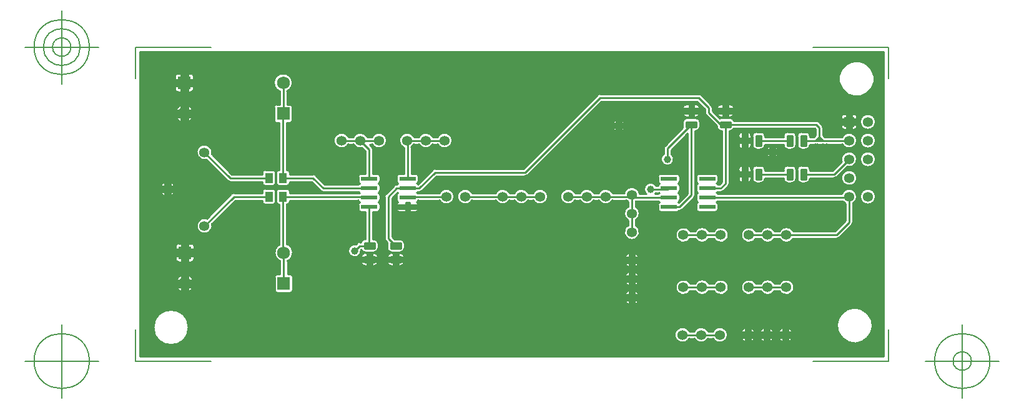
<source format=gbr>
G04 Generated by Ultiboard 14.0 *
%FSLAX34Y34*%
%MOMM*%

%ADD10C,0.0001*%
%ADD11C,0.2540*%
%ADD12C,0.1270*%
%ADD13C,1.0000*%
%ADD14C,1.3556*%
%ADD15R,1.3556X1.3556*%
%ADD16R,1.0500X1.4000*%
%ADD17R,2.2000X0.6000*%
%ADD18R,1.7526X1.7526*%
%ADD19C,1.7526*%
%ADD20R,0.5718X1.1857*%
%ADD21C,0.4232*%
%ADD22R,1.1857X0.5718*%


G04 ColorRGB 00FF00 for the following layer *
%LNCopper Top*%
%LPD*%
G54D10*
G36*
X1012175Y1019799D02*
X1012175Y1019799D01*
X1012175Y605808D01*
X3828Y605808D01*
X3828Y1019799D01*
X1012175Y1019799D01*
D02*
G37*
%LPC*%
G36*
X993410Y838152D02*
G75*
D01*
G03X993410Y838152I-2810J10208*
G01*
D02*
G37*
G36*
X956172Y968883D02*
G75*
D01*
G03X956172Y968883I19188J14097*
G01*
D02*
G37*
G36*
X954594Y931338D02*
X954594Y931338D01*
X954594Y928321D01*
X961439Y928321D01*
X961439Y935166D01*
X958422Y935166D01*
G75*
D01*
G03X954594Y931338I0J-3828*
G01*
D02*
G37*
G36*
X954594Y917782D02*
G75*
D01*
G03X958422Y913954I3828J0*
G01*
X958422Y913954D01*
X961439Y913954D01*
X961439Y920799D01*
X954594Y920799D01*
X954594Y917782D01*
D02*
G37*
G36*
X723925Y880940D02*
X723925Y880940D01*
X723925Y886439D01*
X746097Y908612D01*
X746097Y826976D01*
X734123Y815002D01*
G74*
D01*
G03X733613Y815340I2363J3012*
G01*
G75*
D01*
G03X735588Y818690I-1853J3350*
G01*
X735588Y818690D01*
X735588Y824690D01*
G74*
D01*
G03X733613Y828040I3828J0*
G01*
G75*
D01*
G03X735588Y831390I-1853J3350*
G01*
X735588Y831390D01*
X735588Y837390D01*
G74*
D01*
G03X733613Y840740I3828J0*
G01*
G75*
D01*
G03X735588Y844090I-1853J3350*
G01*
X735588Y844090D01*
X735588Y850090D01*
G74*
D01*
G03X731760Y853918I3828J0*
G01*
X731760Y853918D01*
X709760Y853918D01*
G75*
D01*
G03X705932Y850090I0J-3828*
G01*
X705932Y850090D01*
X705932Y844090D01*
G75*
D01*
G03X707907Y840740I3828J0*
G01*
G74*
D01*
G03X706024Y838225I1853J3350*
G01*
X706024Y838225D01*
X703140Y838225D01*
G75*
D01*
G03X689828Y826795I-7175J-5110*
G01*
X689828Y826795D01*
X681069Y826795D01*
G75*
D01*
G03X660287Y828065I-10509J-1293*
G01*
X660287Y828065D01*
X644276Y828065D01*
G75*
D01*
G03X625724Y828065I-9276J-5103*
G01*
X625724Y828065D01*
X618876Y828065D01*
G75*
D01*
G03X600324Y828065I-9276J-5103*
G01*
X600324Y828065D01*
X593476Y828065D01*
G75*
D01*
G03X593476Y817855I-9275J-5105*
G01*
X593476Y817855D01*
X600324Y817855D01*
G75*
D01*
G03X618876Y817855I9276J5103*
G01*
X618876Y817855D01*
X625724Y817855D01*
G75*
D01*
G03X644276Y817855I9276J5103*
G01*
X644276Y817855D01*
X663234Y817855D01*
G74*
D01*
G03X665455Y816224I7324J7646*
G01*
X665455Y816224D01*
X665455Y809376D01*
G75*
D01*
G03X665455Y790824I5103J-9276*
G01*
X665455Y790824D01*
X665455Y783976D01*
G75*
D01*
G03X675665Y783976I5105J-9275*
G01*
X675665Y783976D01*
X675665Y790824D01*
G75*
D01*
G03X675665Y809376I-5103J9276*
G01*
X675665Y809376D01*
X675665Y816224D01*
G74*
D01*
G03X676273Y816585I5098J9279*
G01*
X676273Y816585D01*
X706562Y816585D01*
G74*
D01*
G03X707907Y815340I3197J2105*
G01*
G74*
D01*
G03X705932Y811990I1853J3350*
G01*
X705932Y811990D01*
X705932Y805990D01*
G75*
D01*
G03X709760Y802162I3828J0*
G01*
X709760Y802162D01*
X731760Y802162D01*
G74*
D01*
G03X734958Y803885I1J3828*
G01*
X734958Y803885D01*
X735330Y803885D01*
G74*
D01*
G03X738945Y805387I2J5105*
G01*
X738945Y805387D01*
X754805Y821246D01*
G75*
D01*
G03X756306Y824862I-3603J3615*
G01*
X756306Y824862D01*
X756306Y912122D01*
X757130Y912122D01*
G75*
D01*
G03X763084Y918076I0J5954*
G01*
X763084Y918076D01*
X763084Y923794D01*
G74*
D01*
G03X757130Y929748I5954J0*
G01*
X757130Y929748D01*
X745273Y929748D01*
G75*
D01*
G03X739319Y923794I0J-5954*
G01*
X739319Y923794D01*
X739319Y918076D01*
G75*
D01*
G03X739535Y916487I5954J0*
G01*
X739535Y916487D01*
X715211Y892163D01*
G75*
D01*
G03X713715Y888546I3607J-3610*
G01*
X713715Y888546D01*
X713715Y880940D01*
G75*
D01*
G03X723925Y880940I5105J-7179*
G01*
D02*
G37*
G36*
X786911Y816515D02*
X786911Y816515D01*
X956799Y816515D01*
G74*
D01*
G03X960095Y813684I8400J6446*
G01*
X960095Y813684D01*
X960095Y790258D01*
X945832Y775995D01*
X889386Y775995D01*
G75*
D01*
G03X870834Y775995I-9276J-5103*
G01*
X870834Y775995D01*
X863986Y775995D01*
G75*
D01*
G03X845434Y775995I-9276J-5103*
G01*
X845434Y775995D01*
X838586Y775995D01*
G75*
D01*
G03X838586Y765785I-9275J-5105*
G01*
X838586Y765785D01*
X845434Y765785D01*
G75*
D01*
G03X863986Y765785I9276J5103*
G01*
X863986Y765785D01*
X870834Y765785D01*
G75*
D01*
G03X889386Y765785I9276J5103*
G01*
X889386Y765785D01*
X947945Y765785D01*
G75*
D01*
G03X948055Y765787I-38J5105*
G01*
G74*
D01*
G03X951562Y767287I108J5103*
G01*
X951562Y767287D01*
X968803Y784528D01*
G75*
D01*
G03X970305Y788144I-3602J3616*
G01*
X970305Y788144D01*
X970305Y813684D01*
G75*
D01*
G03X955304Y826725I-5107J9274*
G01*
X955304Y826725D01*
X787003Y826725D01*
G74*
D01*
G03X785613Y828040I3242J2035*
G01*
G74*
D01*
G03X786958Y829285I1852J3350*
G01*
X786958Y829285D01*
X791210Y829285D01*
G74*
D01*
G03X794825Y830787I2J5105*
G01*
X794825Y830787D01*
X801163Y837125D01*
G75*
D01*
G03X802665Y840740I-3601J3616*
G01*
X802665Y840740D01*
X802665Y912122D01*
X803488Y912122D01*
G74*
D01*
G03X809003Y915831I0J5954*
G01*
X809003Y915831D01*
X918451Y915831D01*
X919455Y914826D01*
X919455Y906354D01*
X917366Y904265D01*
X912207Y904265D01*
X912207Y905088D01*
G74*
D01*
G03X906252Y911043I5955J0*
G01*
X906252Y911043D01*
X900535Y911043D01*
G75*
D01*
G03X894580Y905088I0J-5955*
G01*
X894580Y905088D01*
X894580Y893232D01*
G75*
D01*
G03X900535Y887277I5955J0*
G01*
X900535Y887277D01*
X906252Y887277D01*
G75*
D01*
G03X912207Y893232I0J5955*
G01*
X912207Y893232D01*
X912207Y894055D01*
X919473Y894055D01*
G75*
D01*
G03X919487Y894055I7J5105*
G01*
X919487Y894055D01*
X922012Y894055D01*
G75*
D01*
G03X922028Y894055I8J5105*
G01*
X922028Y894055D01*
X929633Y894055D01*
G75*
D01*
G03X929647Y894055I7J5105*
G01*
X929647Y894055D01*
X934710Y894055D01*
G75*
D01*
G03X934720Y894055I5J5105*
G01*
X934720Y894055D01*
X955924Y894055D01*
G75*
D01*
G03X955924Y904265I9275J5105*
G01*
X955924Y904265D01*
X931754Y904265D01*
X930718Y905300D01*
G74*
D01*
G03X930700Y905318I3617J3599*
G01*
X930700Y905318D01*
X929665Y906354D01*
X929665Y916940D01*
G74*
D01*
G03X928163Y920555I5105J2*
G01*
X928163Y920555D01*
X924180Y924539D01*
G74*
D01*
G03X920565Y926040I3615J3603*
G01*
X920565Y926040D01*
X809003Y926040D01*
G74*
D01*
G03X803488Y929748I5514J2246*
G01*
X803488Y929748D01*
X791632Y929748D01*
G75*
D01*
G03X789739Y929440I-3J-5954*
G01*
X789739Y929440D01*
X779805Y939374D01*
X779805Y943795D01*
G74*
D01*
G03X778303Y947411I5105J1*
G01*
X778303Y947411D01*
X764531Y961183D01*
G74*
D01*
G03X761958Y962577I3616J3602*
G01*
G75*
D01*
G03X760910Y962685I-1044J-4996*
G01*
X760910Y962685D01*
X627383Y962685D01*
G75*
D01*
G03X623771Y961189I-1J-5105*
G01*
X623771Y961189D01*
X523666Y861085D01*
X403866Y861085D01*
G75*
D01*
G03X400251Y859589I-4J-5105*
G01*
X400251Y859589D01*
X380390Y839729D01*
G74*
D01*
G03X379213Y840740I3030J2337*
G01*
G75*
D01*
G03X381188Y844090I-1853J3350*
G01*
X381188Y844090D01*
X381188Y850090D01*
G74*
D01*
G03X377360Y853918I3828J0*
G01*
X377360Y853918D01*
X371465Y853918D01*
X371465Y890240D01*
G74*
D01*
G03X375036Y894055I5705J8919*
G01*
X375036Y894055D01*
X381884Y894055D01*
G75*
D01*
G03X400436Y894055I9276J5103*
G01*
X400436Y894055D01*
X407284Y894055D01*
G75*
D01*
G03X407284Y904265I9275J5105*
G01*
X407284Y904265D01*
X400436Y904265D01*
G75*
D01*
G03X381884Y904265I-9276J-5103*
G01*
X381884Y904265D01*
X375036Y904265D01*
G75*
D01*
G03X361255Y889578I-9274J-5107*
G01*
X361255Y889578D01*
X361255Y853918D01*
X355360Y853918D01*
G75*
D01*
G03X351532Y850090I0J-3828*
G01*
X351532Y850090D01*
X351532Y844090D01*
G75*
D01*
G03X353507Y840740I3828J0*
G01*
G74*
D01*
G03X352162Y839495I1852J3350*
G01*
X352162Y839495D01*
X351790Y839495D01*
G75*
D01*
G03X351613Y839491I27J-5105*
G01*
G74*
D01*
G03X348181Y837999I177J5101*
G01*
X348181Y837999D01*
X336751Y826569D01*
G75*
D01*
G03X335255Y822947I3607J-3610*
G01*
X335255Y822947D01*
X335255Y766241D01*
G75*
D01*
G03X336751Y762624I5105J-6*
G01*
X336751Y762624D01*
X338853Y760521D01*
G74*
D01*
G03X338637Y758932I5738J1589*
G01*
X338637Y758932D01*
X338637Y753215D01*
G75*
D01*
G03X344592Y747260I5955J0*
G01*
X344592Y747260D01*
X356448Y747260D01*
G75*
D01*
G03X362403Y753215I0J5955*
G01*
X362403Y753215D01*
X362403Y758932D01*
G74*
D01*
G03X356448Y764887I5955J0*
G01*
X356448Y764887D01*
X348926Y764887D01*
X345465Y768348D01*
X345465Y820846D01*
X352997Y828378D01*
G74*
D01*
G03X353507Y828040I2363J3012*
G01*
G74*
D01*
G03X351532Y824690I1853J3350*
G01*
X351532Y824690D01*
X351532Y818690D01*
G75*
D01*
G03X353507Y815340I3828J0*
G01*
G74*
D01*
G03X351532Y811990I1853J3350*
G01*
X351532Y811990D01*
X351532Y811411D01*
X363939Y811411D01*
X363939Y814862D01*
X368781Y814862D01*
X368781Y811411D01*
X381188Y811411D01*
X381188Y811990D01*
G74*
D01*
G03X379213Y815340I3828J0*
G01*
G74*
D01*
G03X381096Y817855I1853J3350*
G01*
X381096Y817855D01*
X409824Y817855D01*
G75*
D01*
G03X409824Y828065I9275J5105*
G01*
X409824Y828065D01*
X379257Y828065D01*
G74*
D01*
G03X380558Y829285I1896J3326*
G01*
X380558Y829285D01*
X382270Y829285D01*
G74*
D01*
G03X385885Y830787I2J5105*
G01*
X385885Y830787D01*
X405974Y850875D01*
X525780Y850875D01*
G74*
D01*
G03X529395Y852377I2J5105*
G01*
X529395Y852377D01*
X629494Y952475D01*
X758801Y952475D01*
X769595Y941681D01*
X769595Y937273D01*
G75*
D01*
G03X771091Y933651I5105J-11*
G01*
X771091Y933651D01*
X785677Y919064D01*
X785677Y918076D01*
G75*
D01*
G03X791632Y912122I5955J1*
G01*
X791632Y912122D01*
X792455Y912122D01*
X792455Y842854D01*
X789096Y839495D01*
X786958Y839495D01*
G74*
D01*
G03X785613Y840740I3197J2105*
G01*
G75*
D01*
G03X787588Y844090I-1853J3350*
G01*
X787588Y844090D01*
X787588Y850090D01*
G74*
D01*
G03X783760Y853918I3828J0*
G01*
X783760Y853918D01*
X761760Y853918D01*
G75*
D01*
G03X757932Y850090I0J-3828*
G01*
X757932Y850090D01*
X757932Y844090D01*
G75*
D01*
G03X759907Y840740I3828J0*
G01*
G74*
D01*
G03X757932Y837390I1853J3350*
G01*
X757932Y837390D01*
X757932Y831390D01*
G75*
D01*
G03X759907Y828040I3828J0*
G01*
G74*
D01*
G03X757932Y824690I1853J3350*
G01*
X757932Y824690D01*
X757932Y818690D01*
G75*
D01*
G03X759907Y815340I3828J0*
G01*
G74*
D01*
G03X757932Y811990I1853J3350*
G01*
X757932Y811990D01*
X757932Y805990D01*
G75*
D01*
G03X761760Y802162I3828J0*
G01*
X761760Y802162D01*
X783760Y802162D01*
G75*
D01*
G03X787588Y805990I0J3828*
G01*
X787588Y805990D01*
X787588Y811990D01*
G74*
D01*
G03X785613Y815340I3828J0*
G01*
G74*
D01*
G03X786911Y816515I1852J3350*
G01*
D02*
G37*
G36*
X948495Y849837D02*
X948495Y849837D01*
X962250Y863591D01*
G75*
D01*
G03X955031Y870810I2950J10169*
G01*
X955031Y870810D01*
X942766Y858545D01*
X912207Y858545D01*
X912207Y859368D01*
G74*
D01*
G03X906252Y865323I5955J0*
G01*
X906252Y865323D01*
X900535Y865323D01*
G75*
D01*
G03X894580Y859368I0J-5955*
G01*
X894580Y859368D01*
X894580Y847512D01*
G75*
D01*
G03X900535Y841557I5955J0*
G01*
X900535Y841557D01*
X906252Y841557D01*
G75*
D01*
G03X912207Y847512I0J5955*
G01*
X912207Y847512D01*
X912207Y848335D01*
X944880Y848335D01*
G74*
D01*
G03X948495Y849837I2J5105*
G01*
D02*
G37*
G36*
X962390Y838152D02*
G75*
D01*
G03X962390Y838152I2810J10208*
G01*
D02*
G37*
G36*
X956172Y630678D02*
G75*
D01*
G03X956172Y630678I16648J17022*
G01*
D02*
G37*
G36*
X50940Y836875D02*
G74*
D01*
G03X44795Y843020I9900J3755*
G01*
X44795Y843020D01*
X44795Y836875D01*
X50940Y836875D01*
D02*
G37*
G36*
X31140Y836875D02*
X31140Y836875D01*
X37285Y836875D01*
X37285Y843020D01*
G74*
D01*
G03X31140Y836875I3755J9900*
G01*
D02*
G37*
G36*
X173210Y837532D02*
X173210Y837532D01*
X183710Y837532D01*
G75*
D01*
G03X187538Y841360I0J3828*
G01*
X187538Y841360D01*
X187538Y855360D01*
G74*
D01*
G03X183710Y859188I3828J0*
G01*
X183710Y859188D01*
X173210Y859188D01*
G75*
D01*
G03X169382Y855360I0J-3828*
G01*
X169382Y855360D01*
X169382Y853465D01*
X127914Y853465D01*
X101209Y880170D01*
G75*
D01*
G03X93990Y872951I-10169J2950*
G01*
X93990Y872951D01*
X122191Y844751D01*
G74*
D01*
G03X125251Y843285I3609J3607*
G01*
G75*
D01*
G03X125800Y843255I553J5074*
G01*
X125800Y843255D01*
X169382Y843255D01*
X169382Y841360D01*
G75*
D01*
G03X173210Y837532I3828J0*
G01*
D02*
G37*
G36*
X206538Y841360D02*
X206538Y841360D01*
X206538Y843255D01*
X235986Y843255D01*
X236172Y843069D01*
X236172Y843069D01*
X248461Y830781D01*
G74*
D01*
G03X251516Y829316I3609J3608*
G01*
G75*
D01*
G03X252070Y829285I562J5073*
G01*
X252070Y829285D01*
X300162Y829285D01*
G74*
D01*
G03X301463Y828065I3197J2106*
G01*
X301463Y828065D01*
X206538Y828065D01*
X206538Y829960D01*
G74*
D01*
G03X202710Y833788I3828J0*
G01*
X202710Y833788D01*
X192210Y833788D01*
G75*
D01*
G03X188382Y829960I0J-3828*
G01*
X188382Y829960D01*
X188382Y815960D01*
G75*
D01*
G03X192210Y812132I3828J0*
G01*
X192210Y812132D01*
X192355Y812132D01*
X192355Y757661D01*
G75*
D01*
G03X193443Y735229I6193J-10942*
G01*
X193443Y735229D01*
X193443Y717290D01*
X189785Y717290D01*
G75*
D01*
G03X185956Y713462I-1J-3828*
G01*
X185956Y713462D01*
X185956Y695936D01*
G75*
D01*
G03X189785Y692108I3829J1*
G01*
X189785Y692108D01*
X207311Y692108D01*
G75*
D01*
G03X211139Y695936I0J3828*
G01*
X211139Y695936D01*
X211139Y713462D01*
G74*
D01*
G03X207311Y717290I3828J0*
G01*
X207311Y717290D01*
X203652Y717290D01*
X203652Y735229D01*
G75*
D01*
G03X202565Y758633I-5102J11490*
G01*
X202565Y758633D01*
X202565Y812132D01*
X202710Y812132D01*
G75*
D01*
G03X206538Y815960I0J3828*
G01*
X206538Y815960D01*
X206538Y817855D01*
X299624Y817855D01*
G74*
D01*
G03X301507Y815340I3736J835*
G01*
G74*
D01*
G03X299532Y811990I1853J3350*
G01*
X299532Y811990D01*
X299532Y805990D01*
G75*
D01*
G03X303360Y802162I3828J0*
G01*
X303360Y802162D01*
X309255Y802162D01*
X309255Y764887D01*
X309032Y764887D01*
G75*
D01*
G03X303517Y761178I0J-5955*
G01*
X303517Y761178D01*
X301413Y761178D01*
G75*
D01*
G03X299099Y760623I1J-5105*
G01*
G74*
D01*
G03X297804Y759683I2314J4549*
G01*
X297804Y759683D01*
X296108Y757987D01*
G75*
D01*
G03X303327Y750768I-1468J-8687*
G01*
X303327Y750768D01*
X303520Y750961D01*
G75*
D01*
G03X309032Y747260I5512J2254*
G01*
X309032Y747260D01*
X320888Y747260D01*
G75*
D01*
G03X326843Y753215I0J5955*
G01*
X326843Y753215D01*
X326843Y758932D01*
G74*
D01*
G03X320888Y764887I5955J0*
G01*
X320888Y764887D01*
X319465Y764887D01*
X319465Y802162D01*
X325360Y802162D01*
G75*
D01*
G03X329188Y805990I0J3828*
G01*
X329188Y805990D01*
X329188Y811990D01*
G74*
D01*
G03X327213Y815340I3828J0*
G01*
G75*
D01*
G03X329188Y818690I-1853J3350*
G01*
X329188Y818690D01*
X329188Y824690D01*
G74*
D01*
G03X327213Y828040I3828J0*
G01*
G75*
D01*
G03X329188Y831390I-1853J3350*
G01*
X329188Y831390D01*
X329188Y837390D01*
G74*
D01*
G03X327213Y840740I3828J0*
G01*
G75*
D01*
G03X329188Y844090I-1853J3350*
G01*
X329188Y844090D01*
X329188Y850090D01*
G74*
D01*
G03X325360Y853918I3828J0*
G01*
X325360Y853918D01*
X319465Y853918D01*
X319465Y887060D01*
G74*
D01*
G03X317963Y890675I5105J2*
G01*
X317963Y890675D01*
X314584Y894055D01*
X318384Y894055D01*
G75*
D01*
G03X318384Y904265I9275J5105*
G01*
X318384Y904265D01*
X311536Y904265D01*
G75*
D01*
G03X292984Y904265I-9276J-5103*
G01*
X292984Y904265D01*
X286136Y904265D01*
G75*
D01*
G03X286136Y894055I-9275J-5105*
G01*
X286136Y894055D01*
X292984Y894055D01*
G75*
D01*
G03X305210Y888991I9276J5104*
G01*
X305210Y888991D01*
X309255Y884946D01*
X309255Y853918D01*
X303360Y853918D01*
G75*
D01*
G03X299532Y850090I0J-3828*
G01*
X299532Y850090D01*
X299532Y844090D01*
G75*
D01*
G03X301507Y840740I3828J0*
G01*
G74*
D01*
G03X300162Y839495I1852J3350*
G01*
X300162Y839495D01*
X254184Y839495D01*
X241715Y851963D01*
G74*
D01*
G03X239867Y853149I3616J3601*
G01*
G75*
D01*
G03X238092Y853465I-1768J-4788*
G01*
X238092Y853465D01*
X206538Y853465D01*
X206538Y855360D01*
G74*
D01*
G03X202710Y859188I3828J0*
G01*
X202710Y859188D01*
X202565Y859188D01*
X202565Y923089D01*
X206522Y923089D01*
G75*
D01*
G03X210350Y926917I0J3828*
G01*
X210350Y926917D01*
X210350Y944443D01*
G74*
D01*
G03X206522Y948271I3828J0*
G01*
X206522Y948271D01*
X202863Y948271D01*
X202863Y966210D01*
G75*
D01*
G03X192654Y966210I-5104J11489*
G01*
X192654Y966210D01*
X192654Y948271D01*
X188996Y948271D01*
G75*
D01*
G03X185167Y944443I-1J-3828*
G01*
X185167Y944443D01*
X185167Y926917D01*
G75*
D01*
G03X188996Y923089I3829J1*
G01*
X188996Y923089D01*
X192355Y923089D01*
X192355Y859188D01*
X192210Y859188D01*
G75*
D01*
G03X188382Y855360I0J-3828*
G01*
X188382Y855360D01*
X188382Y841360D01*
G75*
D01*
G03X192210Y837532I3828J0*
G01*
X192210Y837532D01*
X202710Y837532D01*
G75*
D01*
G03X206538Y841360I0J3828*
G01*
D02*
G37*
G36*
X453776Y828065D02*
G75*
D01*
G03X453776Y817855I-9275J-5105*
G01*
X453776Y817855D01*
X486024Y817855D01*
G75*
D01*
G03X504576Y817855I9276J5103*
G01*
X504576Y817855D01*
X511424Y817855D01*
G75*
D01*
G03X529976Y817855I9276J5103*
G01*
X529976Y817855D01*
X536824Y817855D01*
G75*
D01*
G03X536824Y828065I9275J5105*
G01*
X536824Y828065D01*
X529976Y828065D01*
G75*
D01*
G03X511424Y828065I-9276J-5103*
G01*
X511424Y828065D01*
X504576Y828065D01*
G75*
D01*
G03X486024Y828065I-9276J-5103*
G01*
X486024Y828065D01*
X453776Y828065D01*
D02*
G37*
G36*
X763078Y942687D02*
G74*
D01*
G03X757130Y948375I5947J265*
G01*
X757130Y948375D01*
X754327Y948375D01*
X754327Y942687D01*
X763078Y942687D01*
D02*
G37*
G36*
X745273Y948375D02*
G75*
D01*
G03X739325Y942687I0J-5954*
G01*
X739325Y942687D01*
X748076Y942687D01*
X748076Y948375D01*
X745273Y948375D01*
D02*
G37*
G36*
X757130Y930749D02*
G74*
D01*
G03X763078Y936437I0J5954*
G01*
X763078Y936437D01*
X754327Y936437D01*
X754327Y930749D01*
X757130Y930749D01*
D02*
G37*
G36*
X739325Y936437D02*
G75*
D01*
G03X745273Y930749I5947J265*
G01*
X745273Y930749D01*
X748076Y930749D01*
X748076Y936437D01*
X739325Y936437D01*
D02*
G37*
G36*
X980012Y873760D02*
G75*
D01*
G03X980012Y873760I10588J0*
G01*
D02*
G37*
G36*
X980012Y899160D02*
G75*
D01*
G03X980012Y899160I10588J0*
G01*
D02*
G37*
G36*
X971978Y913954D02*
G75*
D01*
G03X975806Y917782I0J3828*
G01*
X975806Y917782D01*
X975806Y920799D01*
X968961Y920799D01*
X968961Y913954D01*
X971978Y913954D01*
D02*
G37*
G36*
X960200Y924560D02*
G75*
D01*
G03X960200Y924560I5000J0*
G01*
D02*
G37*
G36*
X980012Y924560D02*
G75*
D01*
G03X980012Y924560I10588J0*
G01*
D02*
G37*
G36*
X971978Y935166D02*
X971978Y935166D01*
X968961Y935166D01*
X968961Y928321D01*
X975806Y928321D01*
X975806Y931338D01*
G74*
D01*
G03X971978Y935166I3828J0*
G01*
D02*
G37*
G36*
X832620Y905088D02*
G74*
D01*
G03X826932Y911037I5955J0*
G01*
X826932Y911037D01*
X826932Y902285D01*
X832620Y902285D01*
X832620Y905088D01*
D02*
G37*
G36*
X820681Y911037D02*
G74*
D01*
G03X814993Y905088I266J5948*
G01*
X814993Y905088D01*
X814993Y902285D01*
X820681Y902285D01*
X820681Y911037D01*
D02*
G37*
G36*
X864184Y892157D02*
X864184Y892157D01*
X864184Y887044D01*
X869297Y887044D01*
G74*
D01*
G03X864184Y892157I8237J3124*
G01*
D02*
G37*
G36*
X851247Y893232D02*
X851247Y893232D01*
X851247Y894055D01*
X875953Y894055D01*
X875953Y893232D01*
G75*
D01*
G03X881908Y887277I5955J0*
G01*
X881908Y887277D01*
X887625Y887277D01*
G75*
D01*
G03X893580Y893232I0J5955*
G01*
X893580Y893232D01*
X893580Y905088D01*
G74*
D01*
G03X887625Y911043I5955J0*
G01*
X887625Y911043D01*
X881908Y911043D01*
G75*
D01*
G03X875953Y905088I0J-5955*
G01*
X875953Y905088D01*
X875953Y904265D01*
X851247Y904265D01*
X851247Y905088D01*
G74*
D01*
G03X845292Y911043I5955J0*
G01*
X845292Y911043D01*
X839575Y911043D01*
G75*
D01*
G03X833620Y905088I0J-5955*
G01*
X833620Y905088D01*
X833620Y893232D01*
G75*
D01*
G03X839575Y887277I5955J0*
G01*
X839575Y887277D01*
X845292Y887277D01*
G75*
D01*
G03X851247Y893232I0J5955*
G01*
D02*
G37*
G36*
X852823Y887044D02*
X852823Y887044D01*
X857936Y887044D01*
X857936Y892157D01*
G74*
D01*
G03X852823Y887044I3124J8237*
G01*
D02*
G37*
G36*
X858060Y883920D02*
G75*
D01*
G03X858060Y883920I3000J0*
G01*
D02*
G37*
G36*
X826932Y887283D02*
G75*
D01*
G03X832620Y893232I-266J5948*
G01*
X832620Y893232D01*
X832620Y896035D01*
X826932Y896035D01*
X826932Y887283D01*
D02*
G37*
G36*
X814993Y893232D02*
G75*
D01*
G03X820681Y887283I5955J0*
G01*
X820681Y887283D01*
X820681Y896035D01*
X814993Y896035D01*
X814993Y893232D01*
D02*
G37*
G36*
X869297Y880796D02*
X869297Y880796D01*
X864184Y880796D01*
X864184Y875683D01*
G74*
D01*
G03X869297Y880796I3124J8237*
G01*
D02*
G37*
G36*
X857936Y875683D02*
X857936Y875683D01*
X857936Y880796D01*
X852823Y880796D01*
G74*
D01*
G03X857936Y875683I8237J3124*
G01*
D02*
G37*
G36*
X851247Y847512D02*
X851247Y847512D01*
X851247Y848335D01*
X875953Y848335D01*
X875953Y847512D01*
G75*
D01*
G03X881908Y841557I5955J0*
G01*
X881908Y841557D01*
X887625Y841557D01*
G75*
D01*
G03X893580Y847512I0J5955*
G01*
X893580Y847512D01*
X893580Y859368D01*
G74*
D01*
G03X887625Y865323I5955J0*
G01*
X887625Y865323D01*
X881908Y865323D01*
G75*
D01*
G03X875953Y859368I0J-5955*
G01*
X875953Y859368D01*
X875953Y858545D01*
X851247Y858545D01*
X851247Y859368D01*
G74*
D01*
G03X845292Y865323I5955J0*
G01*
X845292Y865323D01*
X839575Y865323D01*
G75*
D01*
G03X833620Y859368I0J-5955*
G01*
X833620Y859368D01*
X833620Y847512D01*
G75*
D01*
G03X839575Y841557I5955J0*
G01*
X839575Y841557D01*
X845292Y841557D01*
G75*
D01*
G03X851247Y847512I0J5955*
G01*
D02*
G37*
G36*
X826932Y841563D02*
G75*
D01*
G03X832620Y847512I-266J5948*
G01*
X832620Y847512D01*
X832620Y850315D01*
X826932Y850315D01*
X826932Y841563D01*
D02*
G37*
G36*
X832620Y859368D02*
G74*
D01*
G03X826932Y865317I5955J0*
G01*
X826932Y865317D01*
X826932Y856565D01*
X832620Y856565D01*
X832620Y859368D01*
D02*
G37*
G36*
X820681Y865317D02*
G74*
D01*
G03X814993Y859368I266J5948*
G01*
X814993Y859368D01*
X814993Y856565D01*
X820681Y856565D01*
X820681Y865317D01*
D02*
G37*
G36*
X814993Y847512D02*
G75*
D01*
G03X820681Y841563I5955J0*
G01*
X820681Y841563D01*
X820681Y850315D01*
X814993Y850315D01*
X814993Y847512D01*
D02*
G37*
G36*
X980012Y822960D02*
G75*
D01*
G03X980012Y822960I10588J0*
G01*
D02*
G37*
G36*
X661017Y916356D02*
X661017Y916356D01*
X655904Y916356D01*
X655904Y911243D01*
G74*
D01*
G03X661017Y916356I3124J8237*
G01*
D02*
G37*
G36*
X649780Y919480D02*
G75*
D01*
G03X649780Y919480I3000J0*
G01*
D02*
G37*
G36*
X649656Y911243D02*
X649656Y911243D01*
X649656Y916356D01*
X644543Y916356D01*
G74*
D01*
G03X649656Y911243I8237J3124*
G01*
D02*
G37*
G36*
X655904Y927717D02*
X655904Y927717D01*
X655904Y922604D01*
X661017Y922604D01*
G74*
D01*
G03X655904Y927717I8237J3124*
G01*
D02*
G37*
G36*
X644543Y922604D02*
X644543Y922604D01*
X649656Y922604D01*
X649656Y927717D01*
G74*
D01*
G03X644543Y922604I3124J8237*
G01*
D02*
G37*
G36*
X809437Y942687D02*
G74*
D01*
G03X803488Y948375I5948J266*
G01*
X803488Y948375D01*
X800685Y948375D01*
X800685Y942687D01*
X809437Y942687D01*
D02*
G37*
G36*
X791632Y948375D02*
G75*
D01*
G03X785683Y942687I-1J-5954*
G01*
X785683Y942687D01*
X794435Y942687D01*
X794435Y948375D01*
X791632Y948375D01*
D02*
G37*
G36*
X785683Y936437D02*
G75*
D01*
G03X791632Y930749I5948J266*
G01*
X791632Y930749D01*
X794435Y930749D01*
X794435Y936437D01*
X785683Y936437D01*
D02*
G37*
G36*
X803488Y930749D02*
G74*
D01*
G03X809437Y936437I1J5954*
G01*
X809437Y936437D01*
X800685Y936437D01*
X800685Y930749D01*
X803488Y930749D01*
D02*
G37*
G36*
X69136Y940139D02*
X69136Y940139D01*
X75515Y940139D01*
G74*
D01*
G03X68217Y947436I11756J4459*
G01*
X68217Y947436D01*
X68217Y941057D01*
G75*
D01*
G03X59300Y941057I-4458J-5376*
G01*
X59300Y941057D01*
X59300Y947436D01*
G74*
D01*
G03X52003Y940139I4459J11756*
G01*
X52003Y940139D01*
X58382Y940139D01*
G75*
D01*
G03X58382Y931222I5377J-4458*
G01*
X58382Y931222D01*
X52003Y931222D01*
G74*
D01*
G03X59300Y923924I11755J4457*
G01*
X59300Y923924D01*
X59300Y930303D01*
G75*
D01*
G03X68217Y930303I4459J5377*
G01*
X68217Y930303D01*
X68217Y923924D01*
G74*
D01*
G03X75515Y931222I4457J11755*
G01*
X75515Y931222D01*
X69136Y931222D01*
G75*
D01*
G03X69136Y940139I-5376J4459*
G01*
D02*
G37*
G36*
X68224Y972328D02*
X68224Y972328D01*
X68224Y965109D01*
X72522Y965109D01*
G75*
D01*
G03X76350Y968937I0J3828*
G01*
X76350Y968937D01*
X76350Y973235D01*
X69130Y973235D01*
G75*
D01*
G03X69130Y982165I-5370J4465*
G01*
X69130Y982165D01*
X76350Y982165D01*
X76350Y986463D01*
G74*
D01*
G03X72522Y990291I3828J0*
G01*
X72522Y990291D01*
X68224Y990291D01*
X68224Y983072D01*
G75*
D01*
G03X59294Y983072I-4465J-5372*
G01*
X59294Y983072D01*
X59294Y990291D01*
X54996Y990291D01*
G75*
D01*
G03X51167Y986463I-1J-3828*
G01*
X51167Y986463D01*
X51167Y982165D01*
X58387Y982165D01*
G75*
D01*
G03X58387Y973235I5372J-4465*
G01*
X58387Y973235D01*
X51167Y973235D01*
X51167Y968937D01*
G75*
D01*
G03X54996Y965109I3829J1*
G01*
X54996Y965109D01*
X59294Y965109D01*
X59294Y972328D01*
G75*
D01*
G03X68224Y972328I4465J5372*
G01*
D02*
G37*
G36*
X21910Y645160D02*
G75*
D01*
G03X21910Y645160I23810J0*
G01*
D02*
G37*
G36*
X69925Y709157D02*
X69925Y709157D01*
X76304Y709157D01*
G74*
D01*
G03X69006Y716455I11755J4457*
G01*
X69006Y716455D01*
X69006Y710076D01*
G75*
D01*
G03X60089Y710076I-4458J-5376*
G01*
X60089Y710076D01*
X60089Y716455D01*
G74*
D01*
G03X52792Y709157I4459J11756*
G01*
X52792Y709157D01*
X59171Y709157D01*
G75*
D01*
G03X59171Y700240I5376J-4458*
G01*
X59171Y700240D01*
X52792Y700240D01*
G74*
D01*
G03X60089Y692943I11756J4459*
G01*
X60089Y692943D01*
X60089Y699322D01*
G75*
D01*
G03X69006Y699322I4459J5377*
G01*
X69006Y699322D01*
X69006Y692943D01*
G74*
D01*
G03X76304Y700240I4457J11755*
G01*
X76304Y700240D01*
X69925Y700240D01*
G75*
D01*
G03X69925Y709157I-5377J4459*
G01*
D02*
G37*
G36*
X69013Y741347D02*
X69013Y741347D01*
X69013Y734128D01*
X73311Y734128D01*
G75*
D01*
G03X77139Y737956I0J3828*
G01*
X77139Y737956D01*
X77139Y742254D01*
X69919Y742254D01*
G75*
D01*
G03X69919Y751184I-5370J4465*
G01*
X69919Y751184D01*
X77139Y751184D01*
X77139Y755482D01*
G74*
D01*
G03X73311Y759310I3828J0*
G01*
X73311Y759310D01*
X69013Y759310D01*
X69013Y752091D01*
G75*
D01*
G03X60083Y752091I-4465J-5372*
G01*
X60083Y752091D01*
X60083Y759310D01*
X55785Y759310D01*
G75*
D01*
G03X51956Y755482I-1J-3828*
G01*
X51956Y755482D01*
X51956Y751184D01*
X59176Y751184D01*
G75*
D01*
G03X59176Y742254I5372J-4465*
G01*
X59176Y742254D01*
X51956Y742254D01*
X51956Y737956D01*
G75*
D01*
G03X55785Y734128I3829J1*
G01*
X55785Y734128D01*
X60083Y734128D01*
X60083Y741347D01*
G75*
D01*
G03X69013Y741347I4465J5372*
G01*
D02*
G37*
G36*
X130880Y828065D02*
G75*
D01*
G03X129748Y827937I4J-5105*
G01*
G74*
D01*
G03X127271Y826569I1132J4977*
G01*
X127271Y826569D01*
X93990Y793289D01*
G75*
D01*
G03X101209Y786070I-2950J-10169*
G01*
X101209Y786070D01*
X132994Y817855D01*
X169382Y817855D01*
X169382Y815960D01*
G75*
D01*
G03X173210Y812132I3828J0*
G01*
X173210Y812132D01*
X183710Y812132D01*
G75*
D01*
G03X187538Y815960I0J3828*
G01*
X187538Y815960D01*
X187538Y829960D01*
G74*
D01*
G03X183710Y833788I3828J0*
G01*
X183710Y833788D01*
X173210Y833788D01*
G75*
D01*
G03X169382Y829960I0J-3828*
G01*
X169382Y829960D01*
X169382Y828065D01*
X130880Y828065D01*
D02*
G37*
G36*
X36040Y833120D02*
G75*
D01*
G03X36040Y833120I5000J0*
G01*
D02*
G37*
G36*
X37285Y823220D02*
X37285Y823220D01*
X37285Y829365D01*
X31140Y829365D01*
G74*
D01*
G03X37285Y823220I9900J3755*
G01*
D02*
G37*
G36*
X50940Y829365D02*
X50940Y829365D01*
X44795Y829365D01*
X44795Y823220D01*
G74*
D01*
G03X50940Y829365I3755J9900*
G01*
D02*
G37*
G36*
X749686Y775995D02*
G75*
D01*
G03X749686Y765785I-9275J-5105*
G01*
X749686Y765785D01*
X756534Y765785D01*
G75*
D01*
G03X775086Y765785I9276J5103*
G01*
X775086Y765785D01*
X781934Y765785D01*
G75*
D01*
G03X781934Y775995I9275J5105*
G01*
X781934Y775995D01*
X775086Y775995D01*
G75*
D01*
G03X756534Y775995I-9276J-5103*
G01*
X756534Y775995D01*
X749686Y775995D01*
D02*
G37*
G36*
X838586Y704875D02*
G75*
D01*
G03X838586Y694665I-9275J-5105*
G01*
X838586Y694665D01*
X845434Y694665D01*
G75*
D01*
G03X863986Y694665I9276J5103*
G01*
X863986Y694665D01*
X870834Y694665D01*
G75*
D01*
G03X870834Y704875I9275J5105*
G01*
X870834Y704875D01*
X863986Y704875D01*
G75*
D01*
G03X845434Y704875I-9276J-5103*
G01*
X845434Y704875D01*
X838586Y704875D01*
D02*
G37*
G36*
X749686Y704875D02*
G75*
D01*
G03X749686Y694665I-9275J-5105*
G01*
X749686Y694665D01*
X756534Y694665D01*
G75*
D01*
G03X775086Y694665I9276J5103*
G01*
X775086Y694665D01*
X781934Y694665D01*
G75*
D01*
G03X781934Y704875I9275J5105*
G01*
X781934Y704875D01*
X775086Y704875D01*
G75*
D01*
G03X756534Y704875I-9276J-5103*
G01*
X756534Y704875D01*
X749686Y704875D01*
D02*
G37*
G36*
X882595Y644900D02*
X882595Y644900D01*
X882595Y638755D01*
X888740Y638755D01*
G74*
D01*
G03X882595Y644900I9900J3755*
G01*
D02*
G37*
G36*
X875085Y625100D02*
X875085Y625100D01*
X875085Y631245D01*
X868940Y631245D01*
G74*
D01*
G03X875085Y625100I9900J3755*
G01*
D02*
G37*
G36*
X868940Y638755D02*
X868940Y638755D01*
X875085Y638755D01*
X875085Y644900D01*
G74*
D01*
G03X868940Y638755I3755J9900*
G01*
D02*
G37*
G36*
X873840Y635000D02*
G75*
D01*
G03X873840Y635000I5000J0*
G01*
D02*
G37*
G36*
X888740Y631245D02*
X888740Y631245D01*
X882595Y631245D01*
X882595Y625100D01*
G74*
D01*
G03X888740Y631245I3755J9900*
G01*
D02*
G37*
G36*
X843540Y638755D02*
X843540Y638755D01*
X849685Y638755D01*
X849685Y644900D01*
G74*
D01*
G03X843540Y638755I3755J9900*
G01*
D02*
G37*
G36*
X857195Y644900D02*
X857195Y644900D01*
X857195Y638755D01*
X863340Y638755D01*
G74*
D01*
G03X857195Y644900I9900J3755*
G01*
D02*
G37*
G36*
X863340Y631245D02*
X863340Y631245D01*
X857195Y631245D01*
X857195Y625100D01*
G74*
D01*
G03X863340Y631245I3755J9900*
G01*
D02*
G37*
G36*
X848440Y635000D02*
G75*
D01*
G03X848440Y635000I5000J0*
G01*
D02*
G37*
G36*
X849685Y625100D02*
X849685Y625100D01*
X849685Y631245D01*
X843540Y631245D01*
G74*
D01*
G03X849685Y625100I9900J3755*
G01*
D02*
G37*
G36*
X818140Y638755D02*
X818140Y638755D01*
X824285Y638755D01*
X824285Y644900D01*
G74*
D01*
G03X818140Y638755I3755J9900*
G01*
D02*
G37*
G36*
X824285Y625100D02*
X824285Y625100D01*
X824285Y631245D01*
X818140Y631245D01*
G74*
D01*
G03X824285Y625100I9900J3755*
G01*
D02*
G37*
G36*
X831795Y644900D02*
X831795Y644900D01*
X831795Y638755D01*
X837940Y638755D01*
G74*
D01*
G03X831795Y644900I9900J3755*
G01*
D02*
G37*
G36*
X823040Y635000D02*
G75*
D01*
G03X823040Y635000I5000J0*
G01*
D02*
G37*
G36*
X837940Y631245D02*
X837940Y631245D01*
X831795Y631245D01*
X831795Y625100D01*
G74*
D01*
G03X837940Y631245I3755J9900*
G01*
D02*
G37*
G36*
X748416Y640105D02*
G75*
D01*
G03X748416Y629895I-9275J-5105*
G01*
X748416Y629895D01*
X755264Y629895D01*
G75*
D01*
G03X773816Y629895I9276J5103*
G01*
X773816Y629895D01*
X780664Y629895D01*
G75*
D01*
G03X780664Y640105I9275J5105*
G01*
X780664Y640105D01*
X773816Y640105D01*
G75*
D01*
G03X755264Y640105I-9276J-5103*
G01*
X755264Y640105D01*
X748416Y640105D01*
D02*
G37*
G36*
X680460Y682045D02*
X680460Y682045D01*
X674315Y682045D01*
X674315Y675900D01*
G74*
D01*
G03X680460Y682045I3755J9900*
G01*
D02*
G37*
G36*
X666805Y675900D02*
X666805Y675900D01*
X666805Y682045D01*
X660660Y682045D01*
G74*
D01*
G03X666805Y675900I9900J3755*
G01*
D02*
G37*
G36*
X674315Y695700D02*
X674315Y695700D01*
X674315Y689555D01*
X680460Y689555D01*
G74*
D01*
G03X674315Y695700I9900J3755*
G01*
D02*
G37*
G36*
X660660Y689555D02*
X660660Y689555D01*
X666805Y689555D01*
X666805Y695700D01*
G74*
D01*
G03X660660Y689555I3755J9900*
G01*
D02*
G37*
G36*
X665560Y685800D02*
G75*
D01*
G03X665560Y685800I5000J0*
G01*
D02*
G37*
G36*
X660660Y714955D02*
X660660Y714955D01*
X666805Y714955D01*
X666805Y721100D01*
G74*
D01*
G03X660660Y714955I3755J9900*
G01*
D02*
G37*
G36*
X674315Y721100D02*
X674315Y721100D01*
X674315Y714955D01*
X680460Y714955D01*
G74*
D01*
G03X674315Y721100I9900J3755*
G01*
D02*
G37*
G36*
X680460Y707445D02*
X680460Y707445D01*
X674315Y707445D01*
X674315Y701300D01*
G74*
D01*
G03X680460Y707445I3755J9900*
G01*
D02*
G37*
G36*
X666805Y701300D02*
X666805Y701300D01*
X666805Y707445D01*
X660660Y707445D01*
G74*
D01*
G03X666805Y701300I9900J3755*
G01*
D02*
G37*
G36*
X665560Y711200D02*
G75*
D01*
G03X665560Y711200I5000J0*
G01*
D02*
G37*
G36*
X680460Y732845D02*
X680460Y732845D01*
X674315Y732845D01*
X674315Y726700D01*
G74*
D01*
G03X680460Y732845I3755J9900*
G01*
D02*
G37*
G36*
X665560Y736600D02*
G75*
D01*
G03X665560Y736600I5000J0*
G01*
D02*
G37*
G36*
X666805Y726700D02*
X666805Y726700D01*
X666805Y732845D01*
X660660Y732845D01*
G74*
D01*
G03X666805Y726700I9900J3755*
G01*
D02*
G37*
G36*
X674315Y746500D02*
X674315Y746500D01*
X674315Y740355D01*
X680460Y740355D01*
G74*
D01*
G03X674315Y746500I9900J3755*
G01*
D02*
G37*
G36*
X660660Y740355D02*
X660660Y740355D01*
X666805Y740355D01*
X666805Y746500D01*
G74*
D01*
G03X660660Y740355I3755J9900*
G01*
D02*
G37*
G36*
X320888Y728633D02*
G74*
D01*
G03X326837Y734321I0J5955*
G01*
X326837Y734321D01*
X318085Y734321D01*
X318085Y728633D01*
X320888Y728633D01*
D02*
G37*
G36*
X303083Y734321D02*
G75*
D01*
G03X309032Y728633I5948J266*
G01*
X309032Y728633D01*
X311835Y728633D01*
X311835Y734321D01*
X303083Y734321D01*
D02*
G37*
G36*
X338643Y734321D02*
G75*
D01*
G03X344592Y728633I5948J266*
G01*
X344592Y728633D01*
X347395Y728633D01*
X347395Y734321D01*
X338643Y734321D01*
D02*
G37*
G36*
X356448Y728633D02*
G74*
D01*
G03X362397Y734321I0J5955*
G01*
X362397Y734321D01*
X353645Y734321D01*
X353645Y728633D01*
X356448Y728633D01*
D02*
G37*
G36*
X326837Y740572D02*
G74*
D01*
G03X320888Y746260I5948J266*
G01*
X320888Y746260D01*
X318085Y746260D01*
X318085Y740572D01*
X326837Y740572D01*
D02*
G37*
G36*
X309032Y746260D02*
G75*
D01*
G03X303083Y740572I0J-5955*
G01*
X303083Y740572D01*
X311835Y740572D01*
X311835Y746260D01*
X309032Y746260D01*
D02*
G37*
G36*
X344592Y746260D02*
G75*
D01*
G03X338643Y740572I0J-5955*
G01*
X338643Y740572D01*
X347395Y740572D01*
X347395Y746260D01*
X344592Y746260D01*
D02*
G37*
G36*
X362397Y740572D02*
G74*
D01*
G03X356448Y746260I5948J266*
G01*
X356448Y746260D01*
X353645Y746260D01*
X353645Y740572D01*
X362397Y740572D01*
D02*
G37*
G36*
X351532Y805990D02*
G75*
D01*
G03X355360Y802162I3828J0*
G01*
X355360Y802162D01*
X363939Y802162D01*
X363939Y806569D01*
X351532Y806569D01*
X351532Y805990D01*
D02*
G37*
G36*
X377360Y802162D02*
G75*
D01*
G03X381188Y805990I0J3828*
G01*
X381188Y805990D01*
X381188Y806569D01*
X368781Y806569D01*
X368781Y802162D01*
X377360Y802162D01*
D02*
G37*
%LPD*%
G36*
X706562Y826795D02*
X706562Y826795D01*
X702092Y826795D01*
G74*
D01*
G03X703140Y828015I6130J6326*
G01*
X703140Y828015D01*
X707863Y828015D01*
G74*
D01*
G03X706562Y826795I1896J3326*
G01*
D02*
G37*
G54D11*
X706562Y826795D02*
X702092Y826795D01*
G74*
D01*
G03X703140Y828015I6130J6326*
G01*
X707863Y828015D01*
G74*
D01*
G03X706562Y826795I1896J3326*
G01*
X993410Y838152D02*
G75*
D01*
G03X993410Y838152I-2810J10208*
G01*
X956172Y968883D02*
G75*
D01*
G03X956172Y968883I19188J14097*
G01*
X954594Y931338D02*
X954594Y928321D01*
X961439Y928321D01*
X961439Y935166D01*
X958422Y935166D01*
G75*
D01*
G03X954594Y931338I0J-3828*
G01*
X954594Y917782D02*
G75*
D01*
G03X958422Y913954I3828J0*
G01*
X961439Y913954D01*
X961439Y920799D01*
X954594Y920799D01*
X954594Y917782D01*
X723925Y880940D02*
X723925Y886439D01*
X746097Y908612D01*
X746097Y826976D01*
X734123Y815002D01*
G74*
D01*
G03X733613Y815340I2363J3012*
G01*
G75*
D01*
G03X735588Y818690I-1853J3350*
G01*
X735588Y824690D01*
G74*
D01*
G03X733613Y828040I3828J0*
G01*
G75*
D01*
G03X735588Y831390I-1853J3350*
G01*
X735588Y837390D01*
G74*
D01*
G03X733613Y840740I3828J0*
G01*
G75*
D01*
G03X735588Y844090I-1853J3350*
G01*
X735588Y850090D01*
G74*
D01*
G03X731760Y853918I3828J0*
G01*
X709760Y853918D01*
G75*
D01*
G03X705932Y850090I0J-3828*
G01*
X705932Y844090D01*
G75*
D01*
G03X707907Y840740I3828J0*
G01*
G74*
D01*
G03X706024Y838225I1853J3350*
G01*
X703140Y838225D01*
G75*
D01*
G03X689828Y826795I-7175J-5110*
G01*
X681069Y826795D01*
G75*
D01*
G03X660287Y828065I-10509J-1293*
G01*
X644276Y828065D01*
G75*
D01*
G03X625724Y828065I-9276J-5103*
G01*
X618876Y828065D01*
G75*
D01*
G03X600324Y828065I-9276J-5103*
G01*
X593476Y828065D01*
G75*
D01*
G03X593476Y817855I-9275J-5105*
G01*
X600324Y817855D01*
G75*
D01*
G03X618876Y817855I9276J5103*
G01*
X625724Y817855D01*
G75*
D01*
G03X644276Y817855I9276J5103*
G01*
X663234Y817855D01*
G74*
D01*
G03X665455Y816224I7324J7646*
G01*
X665455Y809376D01*
G75*
D01*
G03X665455Y790824I5103J-9276*
G01*
X665455Y783976D01*
G75*
D01*
G03X675665Y783976I5105J-9275*
G01*
X675665Y790824D01*
G75*
D01*
G03X675665Y809376I-5103J9276*
G01*
X675665Y816224D01*
G74*
D01*
G03X676273Y816585I5098J9279*
G01*
X706562Y816585D01*
G74*
D01*
G03X707907Y815340I3197J2105*
G01*
G74*
D01*
G03X705932Y811990I1853J3350*
G01*
X705932Y805990D01*
G75*
D01*
G03X709760Y802162I3828J0*
G01*
X731760Y802162D01*
G74*
D01*
G03X734958Y803885I1J3828*
G01*
X735330Y803885D01*
G74*
D01*
G03X738945Y805387I2J5105*
G01*
X754805Y821246D01*
G75*
D01*
G03X756306Y824862I-3603J3615*
G01*
X756306Y912122D01*
X757130Y912122D01*
G75*
D01*
G03X763084Y918076I0J5954*
G01*
X763084Y923794D01*
G74*
D01*
G03X757130Y929748I5954J0*
G01*
X745273Y929748D01*
G75*
D01*
G03X739319Y923794I0J-5954*
G01*
X739319Y918076D01*
G75*
D01*
G03X739535Y916487I5954J0*
G01*
X715211Y892163D01*
G75*
D01*
G03X713715Y888546I3607J-3610*
G01*
X713715Y880940D01*
G75*
D01*
G03X723925Y880940I5105J-7179*
G01*
X786911Y816515D02*
X956799Y816515D01*
G74*
D01*
G03X960095Y813684I8400J6446*
G01*
X960095Y790258D01*
X945832Y775995D01*
X889386Y775995D01*
G75*
D01*
G03X870834Y775995I-9276J-5103*
G01*
X863986Y775995D01*
G75*
D01*
G03X845434Y775995I-9276J-5103*
G01*
X838586Y775995D01*
G75*
D01*
G03X838586Y765785I-9275J-5105*
G01*
X845434Y765785D01*
G75*
D01*
G03X863986Y765785I9276J5103*
G01*
X870834Y765785D01*
G75*
D01*
G03X889386Y765785I9276J5103*
G01*
X947945Y765785D01*
G75*
D01*
G03X948055Y765787I-38J5105*
G01*
G74*
D01*
G03X951562Y767287I108J5103*
G01*
X968803Y784528D01*
G75*
D01*
G03X970305Y788144I-3602J3616*
G01*
X970305Y813684D01*
G75*
D01*
G03X955304Y826725I-5107J9274*
G01*
X787003Y826725D01*
G74*
D01*
G03X785613Y828040I3242J2035*
G01*
G74*
D01*
G03X786958Y829285I1852J3350*
G01*
X791210Y829285D01*
G74*
D01*
G03X794825Y830787I2J5105*
G01*
X801163Y837125D01*
G75*
D01*
G03X802665Y840740I-3601J3616*
G01*
X802665Y912122D01*
X803488Y912122D01*
G74*
D01*
G03X809003Y915831I0J5954*
G01*
X918451Y915831D01*
X919455Y914826D01*
X919455Y906354D01*
X917366Y904265D01*
X912207Y904265D01*
X912207Y905088D01*
G74*
D01*
G03X906252Y911043I5955J0*
G01*
X900535Y911043D01*
G75*
D01*
G03X894580Y905088I0J-5955*
G01*
X894580Y893232D01*
G75*
D01*
G03X900535Y887277I5955J0*
G01*
X906252Y887277D01*
G75*
D01*
G03X912207Y893232I0J5955*
G01*
X912207Y894055D01*
X919473Y894055D01*
G75*
D01*
G03X919487Y894055I7J5105*
G01*
X922012Y894055D01*
G75*
D01*
G03X922028Y894055I8J5105*
G01*
X929633Y894055D01*
G75*
D01*
G03X929647Y894055I7J5105*
G01*
X934710Y894055D01*
G75*
D01*
G03X934720Y894055I5J5105*
G01*
X955924Y894055D01*
G75*
D01*
G03X955924Y904265I9275J5105*
G01*
X931754Y904265D01*
X930718Y905300D01*
G74*
D01*
G03X930700Y905318I3617J3599*
G01*
X929665Y906354D01*
X929665Y916940D01*
G74*
D01*
G03X928163Y920555I5105J2*
G01*
X924180Y924539D01*
G74*
D01*
G03X920565Y926040I3615J3603*
G01*
X809003Y926040D01*
G74*
D01*
G03X803488Y929748I5514J2246*
G01*
X791632Y929748D01*
G75*
D01*
G03X789739Y929440I-3J-5954*
G01*
X779805Y939374D01*
X779805Y943795D01*
G74*
D01*
G03X778303Y947411I5105J1*
G01*
X764531Y961183D01*
G74*
D01*
G03X761958Y962577I3616J3602*
G01*
G75*
D01*
G03X760910Y962685I-1044J-4996*
G01*
X627383Y962685D01*
G75*
D01*
G03X623771Y961189I-1J-5105*
G01*
X523666Y861085D01*
X403866Y861085D01*
G75*
D01*
G03X400251Y859589I-4J-5105*
G01*
X380390Y839729D01*
G74*
D01*
G03X379213Y840740I3030J2337*
G01*
G75*
D01*
G03X381188Y844090I-1853J3350*
G01*
X381188Y850090D01*
G74*
D01*
G03X377360Y853918I3828J0*
G01*
X371465Y853918D01*
X371465Y890240D01*
G74*
D01*
G03X375036Y894055I5705J8919*
G01*
X381884Y894055D01*
G75*
D01*
G03X400436Y894055I9276J5103*
G01*
X407284Y894055D01*
G75*
D01*
G03X407284Y904265I9275J5105*
G01*
X400436Y904265D01*
G75*
D01*
G03X381884Y904265I-9276J-5103*
G01*
X375036Y904265D01*
G75*
D01*
G03X361255Y889578I-9274J-5107*
G01*
X361255Y853918D01*
X355360Y853918D01*
G75*
D01*
G03X351532Y850090I0J-3828*
G01*
X351532Y844090D01*
G75*
D01*
G03X353507Y840740I3828J0*
G01*
G74*
D01*
G03X352162Y839495I1852J3350*
G01*
X351790Y839495D01*
G75*
D01*
G03X351613Y839491I27J-5105*
G01*
G74*
D01*
G03X348181Y837999I177J5101*
G01*
X336751Y826569D01*
G75*
D01*
G03X335255Y822947I3607J-3610*
G01*
X335255Y766241D01*
G75*
D01*
G03X336751Y762624I5105J-6*
G01*
X338853Y760521D01*
G74*
D01*
G03X338637Y758932I5738J1589*
G01*
X338637Y753215D01*
G75*
D01*
G03X344592Y747260I5955J0*
G01*
X356448Y747260D01*
G75*
D01*
G03X362403Y753215I0J5955*
G01*
X362403Y758932D01*
G74*
D01*
G03X356448Y764887I5955J0*
G01*
X348926Y764887D01*
X345465Y768348D01*
X345465Y820846D01*
X352997Y828378D01*
G74*
D01*
G03X353507Y828040I2363J3012*
G01*
G74*
D01*
G03X351532Y824690I1853J3350*
G01*
X351532Y818690D01*
G75*
D01*
G03X353507Y815340I3828J0*
G01*
G74*
D01*
G03X351532Y811990I1853J3350*
G01*
X351532Y811411D01*
X363939Y811411D01*
X363939Y814862D01*
X368781Y814862D01*
X368781Y811411D01*
X381188Y811411D01*
X381188Y811990D01*
G74*
D01*
G03X379213Y815340I3828J0*
G01*
G74*
D01*
G03X381096Y817855I1853J3350*
G01*
X409824Y817855D01*
G75*
D01*
G03X409824Y828065I9275J5105*
G01*
X379257Y828065D01*
G74*
D01*
G03X380558Y829285I1896J3326*
G01*
X382270Y829285D01*
G74*
D01*
G03X385885Y830787I2J5105*
G01*
X405974Y850875D01*
X525780Y850875D01*
G74*
D01*
G03X529395Y852377I2J5105*
G01*
X629494Y952475D01*
X758801Y952475D01*
X769595Y941681D01*
X769595Y937273D01*
G75*
D01*
G03X771091Y933651I5105J-11*
G01*
X785677Y919064D01*
X785677Y918076D01*
G75*
D01*
G03X791632Y912122I5955J1*
G01*
X792455Y912122D01*
X792455Y842854D01*
X789096Y839495D01*
X786958Y839495D01*
G74*
D01*
G03X785613Y840740I3197J2105*
G01*
G75*
D01*
G03X787588Y844090I-1853J3350*
G01*
X787588Y850090D01*
G74*
D01*
G03X783760Y853918I3828J0*
G01*
X761760Y853918D01*
G75*
D01*
G03X757932Y850090I0J-3828*
G01*
X757932Y844090D01*
G75*
D01*
G03X759907Y840740I3828J0*
G01*
G74*
D01*
G03X757932Y837390I1853J3350*
G01*
X757932Y831390D01*
G75*
D01*
G03X759907Y828040I3828J0*
G01*
G74*
D01*
G03X757932Y824690I1853J3350*
G01*
X757932Y818690D01*
G75*
D01*
G03X759907Y815340I3828J0*
G01*
G74*
D01*
G03X757932Y811990I1853J3350*
G01*
X757932Y805990D01*
G75*
D01*
G03X761760Y802162I3828J0*
G01*
X783760Y802162D01*
G75*
D01*
G03X787588Y805990I0J3828*
G01*
X787588Y811990D01*
G74*
D01*
G03X785613Y815340I3828J0*
G01*
G74*
D01*
G03X786911Y816515I1852J3350*
G01*
X948495Y849837D02*
X962250Y863591D01*
G75*
D01*
G03X955031Y870810I2950J10169*
G01*
X942766Y858545D01*
X912207Y858545D01*
X912207Y859368D01*
G74*
D01*
G03X906252Y865323I5955J0*
G01*
X900535Y865323D01*
G75*
D01*
G03X894580Y859368I0J-5955*
G01*
X894580Y847512D01*
G75*
D01*
G03X900535Y841557I5955J0*
G01*
X906252Y841557D01*
G75*
D01*
G03X912207Y847512I0J5955*
G01*
X912207Y848335D01*
X944880Y848335D01*
G74*
D01*
G03X948495Y849837I2J5105*
G01*
X962390Y838152D02*
G75*
D01*
G03X962390Y838152I2810J10208*
G01*
X956172Y630678D02*
G75*
D01*
G03X956172Y630678I16648J17022*
G01*
X50940Y836875D02*
G74*
D01*
G03X44795Y843020I9900J3755*
G01*
X44795Y836875D01*
X50940Y836875D01*
X31140Y836875D02*
X37285Y836875D01*
X37285Y843020D01*
G74*
D01*
G03X31140Y836875I3755J9900*
G01*
X173210Y837532D02*
X183710Y837532D01*
G75*
D01*
G03X187538Y841360I0J3828*
G01*
X187538Y855360D01*
G74*
D01*
G03X183710Y859188I3828J0*
G01*
X173210Y859188D01*
G75*
D01*
G03X169382Y855360I0J-3828*
G01*
X169382Y853465D01*
X127914Y853465D01*
X101209Y880170D01*
G75*
D01*
G03X93990Y872951I-10169J2950*
G01*
X122191Y844751D01*
G74*
D01*
G03X125251Y843285I3609J3607*
G01*
G75*
D01*
G03X125800Y843255I553J5074*
G01*
X169382Y843255D01*
X169382Y841360D01*
G75*
D01*
G03X173210Y837532I3828J0*
G01*
X206538Y841360D02*
X206538Y843255D01*
X235986Y843255D01*
X236172Y843069D01*
X236172Y843069D01*
X248461Y830781D01*
G74*
D01*
G03X251516Y829316I3609J3608*
G01*
G75*
D01*
G03X252070Y829285I562J5073*
G01*
X300162Y829285D01*
G74*
D01*
G03X301463Y828065I3197J2106*
G01*
X206538Y828065D01*
X206538Y829960D01*
G74*
D01*
G03X202710Y833788I3828J0*
G01*
X192210Y833788D01*
G75*
D01*
G03X188382Y829960I0J-3828*
G01*
X188382Y815960D01*
G75*
D01*
G03X192210Y812132I3828J0*
G01*
X192355Y812132D01*
X192355Y757661D01*
G75*
D01*
G03X193443Y735229I6193J-10942*
G01*
X193443Y717290D01*
X189785Y717290D01*
G75*
D01*
G03X185956Y713462I-1J-3828*
G01*
X185956Y695936D01*
G75*
D01*
G03X189785Y692108I3829J1*
G01*
X207311Y692108D01*
G75*
D01*
G03X211139Y695936I0J3828*
G01*
X211139Y713462D01*
G74*
D01*
G03X207311Y717290I3828J0*
G01*
X203652Y717290D01*
X203652Y735229D01*
G75*
D01*
G03X202565Y758633I-5102J11490*
G01*
X202565Y812132D01*
X202710Y812132D01*
G75*
D01*
G03X206538Y815960I0J3828*
G01*
X206538Y817855D01*
X299624Y817855D01*
G74*
D01*
G03X301507Y815340I3736J835*
G01*
G74*
D01*
G03X299532Y811990I1853J3350*
G01*
X299532Y805990D01*
G75*
D01*
G03X303360Y802162I3828J0*
G01*
X309255Y802162D01*
X309255Y764887D01*
X309032Y764887D01*
G75*
D01*
G03X303517Y761178I0J-5955*
G01*
X301413Y761178D01*
G75*
D01*
G03X299099Y760623I1J-5105*
G01*
G74*
D01*
G03X297804Y759683I2314J4549*
G01*
X296108Y757987D01*
G75*
D01*
G03X303327Y750768I-1468J-8687*
G01*
X303520Y750961D01*
G75*
D01*
G03X309032Y747260I5512J2254*
G01*
X320888Y747260D01*
G75*
D01*
G03X326843Y753215I0J5955*
G01*
X326843Y758932D01*
G74*
D01*
G03X320888Y764887I5955J0*
G01*
X319465Y764887D01*
X319465Y802162D01*
X325360Y802162D01*
G75*
D01*
G03X329188Y805990I0J3828*
G01*
X329188Y811990D01*
G74*
D01*
G03X327213Y815340I3828J0*
G01*
G75*
D01*
G03X329188Y818690I-1853J3350*
G01*
X329188Y824690D01*
G74*
D01*
G03X327213Y828040I3828J0*
G01*
G75*
D01*
G03X329188Y831390I-1853J3350*
G01*
X329188Y837390D01*
G74*
D01*
G03X327213Y840740I3828J0*
G01*
G75*
D01*
G03X329188Y844090I-1853J3350*
G01*
X329188Y850090D01*
G74*
D01*
G03X325360Y853918I3828J0*
G01*
X319465Y853918D01*
X319465Y887060D01*
G74*
D01*
G03X317963Y890675I5105J2*
G01*
X314584Y894055D01*
X318384Y894055D01*
G75*
D01*
G03X318384Y904265I9275J5105*
G01*
X311536Y904265D01*
G75*
D01*
G03X292984Y904265I-9276J-5103*
G01*
X286136Y904265D01*
G75*
D01*
G03X286136Y894055I-9275J-5105*
G01*
X292984Y894055D01*
G75*
D01*
G03X305210Y888991I9276J5104*
G01*
X309255Y884946D01*
X309255Y853918D01*
X303360Y853918D01*
G75*
D01*
G03X299532Y850090I0J-3828*
G01*
X299532Y844090D01*
G75*
D01*
G03X301507Y840740I3828J0*
G01*
G74*
D01*
G03X300162Y839495I1852J3350*
G01*
X254184Y839495D01*
X241715Y851963D01*
G74*
D01*
G03X239867Y853149I3616J3601*
G01*
G75*
D01*
G03X238092Y853465I-1768J-4788*
G01*
X206538Y853465D01*
X206538Y855360D01*
G74*
D01*
G03X202710Y859188I3828J0*
G01*
X202565Y859188D01*
X202565Y923089D01*
X206522Y923089D01*
G75*
D01*
G03X210350Y926917I0J3828*
G01*
X210350Y944443D01*
G74*
D01*
G03X206522Y948271I3828J0*
G01*
X202863Y948271D01*
X202863Y966210D01*
G75*
D01*
G03X192654Y966210I-5104J11489*
G01*
X192654Y948271D01*
X188996Y948271D01*
G75*
D01*
G03X185167Y944443I-1J-3828*
G01*
X185167Y926917D01*
G75*
D01*
G03X188996Y923089I3829J1*
G01*
X192355Y923089D01*
X192355Y859188D01*
X192210Y859188D01*
G75*
D01*
G03X188382Y855360I0J-3828*
G01*
X188382Y841360D01*
G75*
D01*
G03X192210Y837532I3828J0*
G01*
X202710Y837532D01*
G75*
D01*
G03X206538Y841360I0J3828*
G01*
X453776Y828065D02*
G75*
D01*
G03X453776Y817855I-9275J-5105*
G01*
X486024Y817855D01*
G75*
D01*
G03X504576Y817855I9276J5103*
G01*
X511424Y817855D01*
G75*
D01*
G03X529976Y817855I9276J5103*
G01*
X536824Y817855D01*
G75*
D01*
G03X536824Y828065I9275J5105*
G01*
X529976Y828065D01*
G75*
D01*
G03X511424Y828065I-9276J-5103*
G01*
X504576Y828065D01*
G75*
D01*
G03X486024Y828065I-9276J-5103*
G01*
X453776Y828065D01*
X763078Y942687D02*
G74*
D01*
G03X757130Y948375I5947J265*
G01*
X754327Y948375D01*
X754327Y942687D01*
X763078Y942687D01*
X745273Y948375D02*
G75*
D01*
G03X739325Y942687I0J-5954*
G01*
X748076Y942687D01*
X748076Y948375D01*
X745273Y948375D01*
X757130Y930749D02*
G74*
D01*
G03X763078Y936437I0J5954*
G01*
X754327Y936437D01*
X754327Y930749D01*
X757130Y930749D01*
X739325Y936437D02*
G75*
D01*
G03X745273Y930749I5947J265*
G01*
X748076Y930749D01*
X748076Y936437D01*
X739325Y936437D01*
X980012Y873760D02*
G75*
D01*
G03X980012Y873760I10588J0*
G01*
X980012Y899160D02*
G75*
D01*
G03X980012Y899160I10588J0*
G01*
X971978Y913954D02*
G75*
D01*
G03X975806Y917782I0J3828*
G01*
X975806Y920799D01*
X968961Y920799D01*
X968961Y913954D01*
X971978Y913954D01*
X960200Y924560D02*
G75*
D01*
G03X960200Y924560I5000J0*
G01*
X980012Y924560D02*
G75*
D01*
G03X980012Y924560I10588J0*
G01*
X971978Y935166D02*
X968961Y935166D01*
X968961Y928321D01*
X975806Y928321D01*
X975806Y931338D01*
G74*
D01*
G03X971978Y935166I3828J0*
G01*
X832620Y905088D02*
G74*
D01*
G03X826932Y911037I5955J0*
G01*
X826932Y902285D01*
X832620Y902285D01*
X832620Y905088D01*
X820681Y911037D02*
G74*
D01*
G03X814993Y905088I266J5948*
G01*
X814993Y902285D01*
X820681Y902285D01*
X820681Y911037D01*
X864184Y892157D02*
X864184Y887044D01*
X869297Y887044D01*
G74*
D01*
G03X864184Y892157I8237J3124*
G01*
X851247Y893232D02*
X851247Y894055D01*
X875953Y894055D01*
X875953Y893232D01*
G75*
D01*
G03X881908Y887277I5955J0*
G01*
X887625Y887277D01*
G75*
D01*
G03X893580Y893232I0J5955*
G01*
X893580Y905088D01*
G74*
D01*
G03X887625Y911043I5955J0*
G01*
X881908Y911043D01*
G75*
D01*
G03X875953Y905088I0J-5955*
G01*
X875953Y904265D01*
X851247Y904265D01*
X851247Y905088D01*
G74*
D01*
G03X845292Y911043I5955J0*
G01*
X839575Y911043D01*
G75*
D01*
G03X833620Y905088I0J-5955*
G01*
X833620Y893232D01*
G75*
D01*
G03X839575Y887277I5955J0*
G01*
X845292Y887277D01*
G75*
D01*
G03X851247Y893232I0J5955*
G01*
X852823Y887044D02*
X857936Y887044D01*
X857936Y892157D01*
G74*
D01*
G03X852823Y887044I3124J8237*
G01*
X858060Y883920D02*
G75*
D01*
G03X858060Y883920I3000J0*
G01*
X826932Y887283D02*
G75*
D01*
G03X832620Y893232I-266J5948*
G01*
X832620Y896035D01*
X826932Y896035D01*
X826932Y887283D01*
X814993Y893232D02*
G75*
D01*
G03X820681Y887283I5955J0*
G01*
X820681Y896035D01*
X814993Y896035D01*
X814993Y893232D01*
X869297Y880796D02*
X864184Y880796D01*
X864184Y875683D01*
G74*
D01*
G03X869297Y880796I3124J8237*
G01*
X857936Y875683D02*
X857936Y880796D01*
X852823Y880796D01*
G74*
D01*
G03X857936Y875683I8237J3124*
G01*
X851247Y847512D02*
X851247Y848335D01*
X875953Y848335D01*
X875953Y847512D01*
G75*
D01*
G03X881908Y841557I5955J0*
G01*
X887625Y841557D01*
G75*
D01*
G03X893580Y847512I0J5955*
G01*
X893580Y859368D01*
G74*
D01*
G03X887625Y865323I5955J0*
G01*
X881908Y865323D01*
G75*
D01*
G03X875953Y859368I0J-5955*
G01*
X875953Y858545D01*
X851247Y858545D01*
X851247Y859368D01*
G74*
D01*
G03X845292Y865323I5955J0*
G01*
X839575Y865323D01*
G75*
D01*
G03X833620Y859368I0J-5955*
G01*
X833620Y847512D01*
G75*
D01*
G03X839575Y841557I5955J0*
G01*
X845292Y841557D01*
G75*
D01*
G03X851247Y847512I0J5955*
G01*
X826932Y841563D02*
G75*
D01*
G03X832620Y847512I-266J5948*
G01*
X832620Y850315D01*
X826932Y850315D01*
X826932Y841563D01*
X832620Y859368D02*
G74*
D01*
G03X826932Y865317I5955J0*
G01*
X826932Y856565D01*
X832620Y856565D01*
X832620Y859368D01*
X820681Y865317D02*
G74*
D01*
G03X814993Y859368I266J5948*
G01*
X814993Y856565D01*
X820681Y856565D01*
X820681Y865317D01*
X814993Y847512D02*
G75*
D01*
G03X820681Y841563I5955J0*
G01*
X820681Y850315D01*
X814993Y850315D01*
X814993Y847512D01*
X980012Y822960D02*
G75*
D01*
G03X980012Y822960I10588J0*
G01*
X661017Y916356D02*
X655904Y916356D01*
X655904Y911243D01*
G74*
D01*
G03X661017Y916356I3124J8237*
G01*
X649780Y919480D02*
G75*
D01*
G03X649780Y919480I3000J0*
G01*
X649656Y911243D02*
X649656Y916356D01*
X644543Y916356D01*
G74*
D01*
G03X649656Y911243I8237J3124*
G01*
X655904Y927717D02*
X655904Y922604D01*
X661017Y922604D01*
G74*
D01*
G03X655904Y927717I8237J3124*
G01*
X644543Y922604D02*
X649656Y922604D01*
X649656Y927717D01*
G74*
D01*
G03X644543Y922604I3124J8237*
G01*
X809437Y942687D02*
G74*
D01*
G03X803488Y948375I5948J266*
G01*
X800685Y948375D01*
X800685Y942687D01*
X809437Y942687D01*
X791632Y948375D02*
G75*
D01*
G03X785683Y942687I-1J-5954*
G01*
X794435Y942687D01*
X794435Y948375D01*
X791632Y948375D01*
X785683Y936437D02*
G75*
D01*
G03X791632Y930749I5948J266*
G01*
X794435Y930749D01*
X794435Y936437D01*
X785683Y936437D01*
X803488Y930749D02*
G74*
D01*
G03X809437Y936437I1J5954*
G01*
X800685Y936437D01*
X800685Y930749D01*
X803488Y930749D01*
X69136Y940139D02*
X75515Y940139D01*
G74*
D01*
G03X68217Y947436I11756J4459*
G01*
X68217Y941057D01*
G75*
D01*
G03X59300Y941057I-4458J-5376*
G01*
X59300Y947436D01*
G74*
D01*
G03X52003Y940139I4459J11756*
G01*
X58382Y940139D01*
G75*
D01*
G03X58382Y931222I5377J-4458*
G01*
X52003Y931222D01*
G74*
D01*
G03X59300Y923924I11755J4457*
G01*
X59300Y930303D01*
G75*
D01*
G03X68217Y930303I4459J5377*
G01*
X68217Y923924D01*
G74*
D01*
G03X75515Y931222I4457J11755*
G01*
X69136Y931222D01*
G75*
D01*
G03X69136Y940139I-5376J4459*
G01*
X68224Y972328D02*
X68224Y965109D01*
X72522Y965109D01*
G75*
D01*
G03X76350Y968937I0J3828*
G01*
X76350Y973235D01*
X69130Y973235D01*
G75*
D01*
G03X69130Y982165I-5370J4465*
G01*
X76350Y982165D01*
X76350Y986463D01*
G74*
D01*
G03X72522Y990291I3828J0*
G01*
X68224Y990291D01*
X68224Y983072D01*
G75*
D01*
G03X59294Y983072I-4465J-5372*
G01*
X59294Y990291D01*
X54996Y990291D01*
G75*
D01*
G03X51167Y986463I-1J-3828*
G01*
X51167Y982165D01*
X58387Y982165D01*
G75*
D01*
G03X58387Y973235I5372J-4465*
G01*
X51167Y973235D01*
X51167Y968937D01*
G75*
D01*
G03X54996Y965109I3829J1*
G01*
X59294Y965109D01*
X59294Y972328D01*
G75*
D01*
G03X68224Y972328I4465J5372*
G01*
X21910Y645160D02*
G75*
D01*
G03X21910Y645160I23810J0*
G01*
X69925Y709157D02*
X76304Y709157D01*
G74*
D01*
G03X69006Y716455I11755J4457*
G01*
X69006Y710076D01*
G75*
D01*
G03X60089Y710076I-4458J-5376*
G01*
X60089Y716455D01*
G74*
D01*
G03X52792Y709157I4459J11756*
G01*
X59171Y709157D01*
G75*
D01*
G03X59171Y700240I5376J-4458*
G01*
X52792Y700240D01*
G74*
D01*
G03X60089Y692943I11756J4459*
G01*
X60089Y699322D01*
G75*
D01*
G03X69006Y699322I4459J5377*
G01*
X69006Y692943D01*
G74*
D01*
G03X76304Y700240I4457J11755*
G01*
X69925Y700240D01*
G75*
D01*
G03X69925Y709157I-5377J4459*
G01*
X69013Y741347D02*
X69013Y734128D01*
X73311Y734128D01*
G75*
D01*
G03X77139Y737956I0J3828*
G01*
X77139Y742254D01*
X69919Y742254D01*
G75*
D01*
G03X69919Y751184I-5370J4465*
G01*
X77139Y751184D01*
X77139Y755482D01*
G74*
D01*
G03X73311Y759310I3828J0*
G01*
X69013Y759310D01*
X69013Y752091D01*
G75*
D01*
G03X60083Y752091I-4465J-5372*
G01*
X60083Y759310D01*
X55785Y759310D01*
G75*
D01*
G03X51956Y755482I-1J-3828*
G01*
X51956Y751184D01*
X59176Y751184D01*
G75*
D01*
G03X59176Y742254I5372J-4465*
G01*
X51956Y742254D01*
X51956Y737956D01*
G75*
D01*
G03X55785Y734128I3829J1*
G01*
X60083Y734128D01*
X60083Y741347D01*
G75*
D01*
G03X69013Y741347I4465J5372*
G01*
X130880Y828065D02*
G75*
D01*
G03X129748Y827937I4J-5105*
G01*
G74*
D01*
G03X127271Y826569I1132J4977*
G01*
X93990Y793289D01*
G75*
D01*
G03X101209Y786070I-2950J-10169*
G01*
X132994Y817855D01*
X169382Y817855D01*
X169382Y815960D01*
G75*
D01*
G03X173210Y812132I3828J0*
G01*
X183710Y812132D01*
G75*
D01*
G03X187538Y815960I0J3828*
G01*
X187538Y829960D01*
G74*
D01*
G03X183710Y833788I3828J0*
G01*
X173210Y833788D01*
G75*
D01*
G03X169382Y829960I0J-3828*
G01*
X169382Y828065D01*
X130880Y828065D01*
X36040Y833120D02*
G75*
D01*
G03X36040Y833120I5000J0*
G01*
X37285Y823220D02*
X37285Y829365D01*
X31140Y829365D01*
G74*
D01*
G03X37285Y823220I9900J3755*
G01*
X50940Y829365D02*
X44795Y829365D01*
X44795Y823220D01*
G74*
D01*
G03X50940Y829365I3755J9900*
G01*
X749686Y775995D02*
G75*
D01*
G03X749686Y765785I-9275J-5105*
G01*
X756534Y765785D01*
G75*
D01*
G03X775086Y765785I9276J5103*
G01*
X781934Y765785D01*
G75*
D01*
G03X781934Y775995I9275J5105*
G01*
X775086Y775995D01*
G75*
D01*
G03X756534Y775995I-9276J-5103*
G01*
X749686Y775995D01*
X838586Y704875D02*
G75*
D01*
G03X838586Y694665I-9275J-5105*
G01*
X845434Y694665D01*
G75*
D01*
G03X863986Y694665I9276J5103*
G01*
X870834Y694665D01*
G75*
D01*
G03X870834Y704875I9275J5105*
G01*
X863986Y704875D01*
G75*
D01*
G03X845434Y704875I-9276J-5103*
G01*
X838586Y704875D01*
X749686Y704875D02*
G75*
D01*
G03X749686Y694665I-9275J-5105*
G01*
X756534Y694665D01*
G75*
D01*
G03X775086Y694665I9276J5103*
G01*
X781934Y694665D01*
G75*
D01*
G03X781934Y704875I9275J5105*
G01*
X775086Y704875D01*
G75*
D01*
G03X756534Y704875I-9276J-5103*
G01*
X749686Y704875D01*
X882595Y644900D02*
X882595Y638755D01*
X888740Y638755D01*
G74*
D01*
G03X882595Y644900I9900J3755*
G01*
X875085Y625100D02*
X875085Y631245D01*
X868940Y631245D01*
G74*
D01*
G03X875085Y625100I9900J3755*
G01*
X868940Y638755D02*
X875085Y638755D01*
X875085Y644900D01*
G74*
D01*
G03X868940Y638755I3755J9900*
G01*
X873840Y635000D02*
G75*
D01*
G03X873840Y635000I5000J0*
G01*
X888740Y631245D02*
X882595Y631245D01*
X882595Y625100D01*
G74*
D01*
G03X888740Y631245I3755J9900*
G01*
X843540Y638755D02*
X849685Y638755D01*
X849685Y644900D01*
G74*
D01*
G03X843540Y638755I3755J9900*
G01*
X857195Y644900D02*
X857195Y638755D01*
X863340Y638755D01*
G74*
D01*
G03X857195Y644900I9900J3755*
G01*
X863340Y631245D02*
X857195Y631245D01*
X857195Y625100D01*
G74*
D01*
G03X863340Y631245I3755J9900*
G01*
X848440Y635000D02*
G75*
D01*
G03X848440Y635000I5000J0*
G01*
X849685Y625100D02*
X849685Y631245D01*
X843540Y631245D01*
G74*
D01*
G03X849685Y625100I9900J3755*
G01*
X818140Y638755D02*
X824285Y638755D01*
X824285Y644900D01*
G74*
D01*
G03X818140Y638755I3755J9900*
G01*
X824285Y625100D02*
X824285Y631245D01*
X818140Y631245D01*
G74*
D01*
G03X824285Y625100I9900J3755*
G01*
X831795Y644900D02*
X831795Y638755D01*
X837940Y638755D01*
G74*
D01*
G03X831795Y644900I9900J3755*
G01*
X823040Y635000D02*
G75*
D01*
G03X823040Y635000I5000J0*
G01*
X837940Y631245D02*
X831795Y631245D01*
X831795Y625100D01*
G74*
D01*
G03X837940Y631245I3755J9900*
G01*
X748416Y640105D02*
G75*
D01*
G03X748416Y629895I-9275J-5105*
G01*
X755264Y629895D01*
G75*
D01*
G03X773816Y629895I9276J5103*
G01*
X780664Y629895D01*
G75*
D01*
G03X780664Y640105I9275J5105*
G01*
X773816Y640105D01*
G75*
D01*
G03X755264Y640105I-9276J-5103*
G01*
X748416Y640105D01*
X680460Y682045D02*
X674315Y682045D01*
X674315Y675900D01*
G74*
D01*
G03X680460Y682045I3755J9900*
G01*
X666805Y675900D02*
X666805Y682045D01*
X660660Y682045D01*
G74*
D01*
G03X666805Y675900I9900J3755*
G01*
X674315Y695700D02*
X674315Y689555D01*
X680460Y689555D01*
G74*
D01*
G03X674315Y695700I9900J3755*
G01*
X660660Y689555D02*
X666805Y689555D01*
X666805Y695700D01*
G74*
D01*
G03X660660Y689555I3755J9900*
G01*
X665560Y685800D02*
G75*
D01*
G03X665560Y685800I5000J0*
G01*
X660660Y714955D02*
X666805Y714955D01*
X666805Y721100D01*
G74*
D01*
G03X660660Y714955I3755J9900*
G01*
X674315Y721100D02*
X674315Y714955D01*
X680460Y714955D01*
G74*
D01*
G03X674315Y721100I9900J3755*
G01*
X680460Y707445D02*
X674315Y707445D01*
X674315Y701300D01*
G74*
D01*
G03X680460Y707445I3755J9900*
G01*
X666805Y701300D02*
X666805Y707445D01*
X660660Y707445D01*
G74*
D01*
G03X666805Y701300I9900J3755*
G01*
X665560Y711200D02*
G75*
D01*
G03X665560Y711200I5000J0*
G01*
X680460Y732845D02*
X674315Y732845D01*
X674315Y726700D01*
G74*
D01*
G03X680460Y732845I3755J9900*
G01*
X665560Y736600D02*
G75*
D01*
G03X665560Y736600I5000J0*
G01*
X666805Y726700D02*
X666805Y732845D01*
X660660Y732845D01*
G74*
D01*
G03X666805Y726700I9900J3755*
G01*
X674315Y746500D02*
X674315Y740355D01*
X680460Y740355D01*
G74*
D01*
G03X674315Y746500I9900J3755*
G01*
X660660Y740355D02*
X666805Y740355D01*
X666805Y746500D01*
G74*
D01*
G03X660660Y740355I3755J9900*
G01*
X320888Y728633D02*
G74*
D01*
G03X326837Y734321I0J5955*
G01*
X318085Y734321D01*
X318085Y728633D01*
X320888Y728633D01*
X303083Y734321D02*
G75*
D01*
G03X309032Y728633I5948J266*
G01*
X311835Y728633D01*
X311835Y734321D01*
X303083Y734321D01*
X338643Y734321D02*
G75*
D01*
G03X344592Y728633I5948J266*
G01*
X347395Y728633D01*
X347395Y734321D01*
X338643Y734321D01*
X356448Y728633D02*
G74*
D01*
G03X362397Y734321I0J5955*
G01*
X353645Y734321D01*
X353645Y728633D01*
X356448Y728633D01*
X326837Y740572D02*
G74*
D01*
G03X320888Y746260I5948J266*
G01*
X318085Y746260D01*
X318085Y740572D01*
X326837Y740572D01*
X309032Y746260D02*
G75*
D01*
G03X303083Y740572I0J-5955*
G01*
X311835Y740572D01*
X311835Y746260D01*
X309032Y746260D01*
X344592Y746260D02*
G75*
D01*
G03X338643Y740572I0J-5955*
G01*
X347395Y740572D01*
X347395Y746260D01*
X344592Y746260D01*
X362397Y740572D02*
G74*
D01*
G03X356448Y746260I5948J266*
G01*
X353645Y746260D01*
X353645Y740572D01*
X362397Y740572D01*
X351532Y805990D02*
G75*
D01*
G03X355360Y802162I3828J0*
G01*
X363939Y802162D01*
X363939Y806569D01*
X351532Y806569D01*
X351532Y805990D01*
X377360Y802162D02*
G75*
D01*
G03X381188Y805990I0J3828*
G01*
X381188Y806569D01*
X368781Y806569D01*
X368781Y802162D01*
X377360Y802162D01*
X1012175Y1019799D02*
X1012175Y605808D01*
X3828Y605808D01*
X3828Y1019799D01*
X1012175Y1019799D01*
X314360Y808990D02*
X314360Y756673D01*
X314960Y756073D01*
X313090Y822960D02*
X314360Y821690D01*
X367630Y822960D02*
X366360Y821690D01*
X197460Y822960D02*
X313090Y822960D01*
X419100Y822960D02*
X367630Y822960D01*
X495300Y822960D02*
X444500Y822960D01*
X314360Y847090D02*
X314360Y887060D01*
X366360Y847090D02*
X366360Y898560D01*
X314360Y887060D02*
X302260Y899160D01*
X366360Y898560D02*
X365760Y899160D01*
X197759Y977700D02*
X197759Y935680D01*
X198548Y746719D02*
X198548Y704699D01*
X199956Y748128D02*
X198548Y746719D01*
X197460Y848360D02*
X197460Y935381D01*
X197460Y822960D02*
X197460Y747807D01*
X198548Y746719D01*
X791210Y834390D02*
X797560Y840740D01*
X797560Y920935D01*
X314960Y756073D02*
X301413Y756073D01*
X294640Y749300D01*
X720760Y808990D02*
X735330Y808990D01*
X751202Y824862D01*
X751202Y920935D01*
X382270Y834390D02*
X403860Y855980D01*
X525780Y855980D01*
X718820Y873760D02*
X718820Y888554D01*
X751202Y920935D01*
X779930Y821690D02*
X772760Y821690D01*
X963860Y821620D02*
X780000Y821620D01*
X965200Y822960D02*
X963860Y821620D01*
X351790Y834390D02*
X340360Y822960D01*
X340360Y766233D01*
X350520Y756073D01*
X252070Y834390D02*
X238100Y848360D01*
X314360Y834390D02*
X252070Y834390D01*
X238100Y848360D02*
X197460Y848360D01*
X351790Y834390D02*
X382270Y834390D01*
X884767Y899160D02*
X842433Y899160D01*
X842433Y853440D02*
X884767Y853440D01*
X903393Y853440D02*
X944880Y853440D01*
X965200Y873760D01*
X934720Y899160D02*
X962660Y899160D01*
X912945Y920935D02*
X920565Y920935D01*
X924560Y916940D01*
X924560Y904240D02*
X919480Y899160D01*
X924560Y904240D02*
X929640Y899160D01*
X965200Y822960D02*
X965200Y788144D01*
X719490Y833120D02*
X695960Y833120D01*
X720760Y834390D02*
X719490Y833120D01*
X178460Y848360D02*
X125800Y848360D01*
X91040Y883120D01*
X178460Y822960D02*
X130880Y822960D01*
X91040Y783120D01*
X635000Y822960D02*
X668020Y822960D01*
X670560Y825500D01*
X674370Y821690D01*
X720760Y821690D01*
X924560Y904240D02*
X924560Y916940D01*
X924560Y899160D02*
X924560Y901700D01*
X922020Y899160D01*
X903393Y899160D02*
X965200Y899160D01*
X924560Y899160D02*
X927100Y901700D01*
X912945Y920935D02*
X792480Y920935D01*
X797560Y920935D02*
X791025Y920935D01*
X774700Y937260D01*
X774700Y943795D01*
X627380Y957580D02*
X760915Y957580D01*
X525780Y855980D02*
X627380Y957580D01*
X774700Y943795D02*
X760915Y957580D01*
X965200Y788144D02*
X947946Y770890D01*
X829310Y770890D02*
X947946Y770890D01*
X791210Y834390D02*
X772760Y834390D01*
X739140Y635000D02*
X789940Y635000D01*
X828040Y635000D02*
X878840Y635000D01*
X740410Y699770D02*
X791210Y699770D01*
X829310Y699770D02*
X880110Y699770D01*
X740410Y770890D02*
X791210Y770890D01*
X829310Y770890D02*
X880110Y770890D01*
X495300Y822960D02*
X546100Y822960D01*
X584200Y822960D02*
X635000Y822960D01*
X670560Y825500D02*
X670560Y774700D01*
X670560Y736600D02*
X670560Y685800D01*
X276860Y899160D02*
X327660Y899160D01*
X365760Y899160D02*
X416560Y899160D01*
G54D12*
X-2540Y599440D02*
X-2540Y642113D01*
X-2540Y599440D02*
X99568Y599440D01*
X1018543Y599440D02*
X916435Y599440D01*
X1018543Y599440D02*
X1018543Y642113D01*
X1018543Y1026168D02*
X1018543Y983495D01*
X1018543Y1026168D02*
X916435Y1026168D01*
X-2540Y1026168D02*
X99568Y1026168D01*
X-2540Y1026168D02*
X-2540Y983495D01*
X-52540Y599440D02*
X-152540Y599440D01*
X-102540Y549440D02*
X-102540Y649440D01*
X-140040Y599440D02*
G75*
D01*
G02X-140040Y599440I37500J0*
G01*
X1068543Y599440D02*
X1168543Y599440D01*
X1118543Y549440D02*
X1118543Y649440D01*
X1081043Y599440D02*
G75*
D01*
G02X1081043Y599440I37500J0*
G01*
X1106043Y599440D02*
G75*
D01*
G02X1106043Y599440I12500J0*
G01*
X-52540Y1026168D02*
X-152540Y1026168D01*
X-102540Y976168D02*
X-102540Y1076168D01*
X-140040Y1026168D02*
G75*
D01*
G02X-140040Y1026168I37500J0*
G01*
X-127540Y1026168D02*
G75*
D01*
G02X-127540Y1026168I25000J0*
G01*
X-115040Y1026168D02*
G75*
D01*
G02X-115040Y1026168I12500J0*
G01*
G54D13*
X294640Y749300D03*
X718820Y873760D03*
X695960Y833120D03*
X861060Y883920D03*
X652780Y919480D03*
G54D14*
X965200Y899160D03*
X965200Y873760D03*
X965200Y848360D03*
X965200Y822960D03*
X990600Y924560D03*
X990600Y899160D03*
X990600Y873760D03*
X990600Y848360D03*
X990600Y822960D03*
X91040Y783120D03*
X91040Y883120D03*
X41040Y833120D03*
X739140Y635000D03*
X764540Y635000D03*
X789940Y635000D03*
X853440Y635000D03*
X878840Y635000D03*
X828040Y635000D03*
X740410Y699770D03*
X765810Y699770D03*
X791210Y699770D03*
X854710Y699770D03*
X880110Y699770D03*
X829310Y699770D03*
X740410Y770890D03*
X765810Y770890D03*
X791210Y770890D03*
X854710Y770890D03*
X880110Y770890D03*
X829310Y770890D03*
X495300Y822960D03*
X520700Y822960D03*
X546100Y822960D03*
X609600Y822960D03*
X635000Y822960D03*
X584200Y822960D03*
X670560Y825500D03*
X670560Y800100D03*
X670560Y774700D03*
X670560Y711200D03*
X670560Y685800D03*
X670560Y736600D03*
X276860Y899160D03*
X302260Y899160D03*
X327660Y899160D03*
X391160Y899160D03*
X416560Y899160D03*
X365760Y899160D03*
X419100Y822960D03*
X444500Y822960D03*
G54D15*
X965200Y924560D03*
G54D16*
X178460Y848360D03*
X197460Y848360D03*
X178460Y822960D03*
X197460Y822960D03*
G54D17*
X314360Y808990D03*
X366360Y808990D03*
X314360Y834390D03*
X314360Y821690D03*
X366360Y834390D03*
X366360Y821690D03*
X314360Y847090D03*
X366360Y847090D03*
X720760Y808990D03*
X720760Y821690D03*
X772760Y808990D03*
X772760Y821690D03*
X720760Y834390D03*
X772760Y834390D03*
X720760Y847090D03*
X772760Y847090D03*
G54D18*
X63759Y977700D03*
X197759Y935680D03*
X64548Y746719D03*
X198548Y704699D03*
G54D19*
X197759Y977700D03*
X63759Y935680D03*
X198548Y746719D03*
X64548Y704699D03*
G54D20*
X823807Y899160D03*
X842433Y899160D03*
X903393Y853440D03*
X884767Y853440D03*
X903393Y899160D03*
X884767Y899160D03*
X823807Y853440D03*
X842433Y853440D03*
G54D21*
X820948Y893232D02*
X826666Y893232D01*
X826666Y905088D01*
X820948Y905088D01*
X820948Y893232D01*D02*
X839574Y893232D02*
X845292Y893232D01*
X845292Y905088D01*
X839574Y905088D01*
X839574Y893232D01*D02*
X900534Y847512D02*
X906252Y847512D01*
X906252Y859368D01*
X900534Y859368D01*
X900534Y847512D01*D02*
X881908Y847512D02*
X887626Y847512D01*
X887626Y859368D01*
X881908Y859368D01*
X881908Y847512D01*D02*
X309032Y753214D02*
X320888Y753214D01*
X320888Y758932D01*
X309032Y758932D01*
X309032Y753214D01*D02*
X309032Y734588D02*
X320888Y734588D01*
X320888Y740306D01*
X309032Y740306D01*
X309032Y734588D01*D02*
X344592Y753214D02*
X356448Y753214D01*
X356448Y758932D01*
X344592Y758932D01*
X344592Y753214D01*D02*
X344592Y734588D02*
X356448Y734588D01*
X356448Y740306D01*
X344592Y740306D01*
X344592Y734588D01*D02*
X791632Y918076D02*
X803488Y918076D01*
X803488Y923794D01*
X791632Y923794D01*
X791632Y918076D01*D02*
X791632Y936703D02*
X803488Y936703D01*
X803488Y942421D01*
X791632Y942421D01*
X791632Y936703D01*D02*
X745274Y918076D02*
X757130Y918076D01*
X757130Y923794D01*
X745274Y923794D01*
X745274Y918076D01*D02*
X745274Y936703D02*
X757130Y936703D01*
X757130Y942421D01*
X745274Y942421D01*
X745274Y936703D01*D02*
X900534Y893232D02*
X906252Y893232D01*
X906252Y905088D01*
X900534Y905088D01*
X900534Y893232D01*D02*
X881908Y893232D02*
X887626Y893232D01*
X887626Y905088D01*
X881908Y905088D01*
X881908Y893232D01*D02*
X820948Y847512D02*
X826666Y847512D01*
X826666Y859368D01*
X820948Y859368D01*
X820948Y847512D01*D02*
X839574Y847512D02*
X845292Y847512D01*
X845292Y859368D01*
X839574Y859368D01*
X839574Y847512D01*D02*
G54D22*
X314960Y756073D03*
X314960Y737447D03*
X350520Y756073D03*
X350520Y737447D03*
X797560Y920935D03*
X797560Y939562D03*
X751202Y920935D03*
X751202Y939562D03*

M02*

</source>
